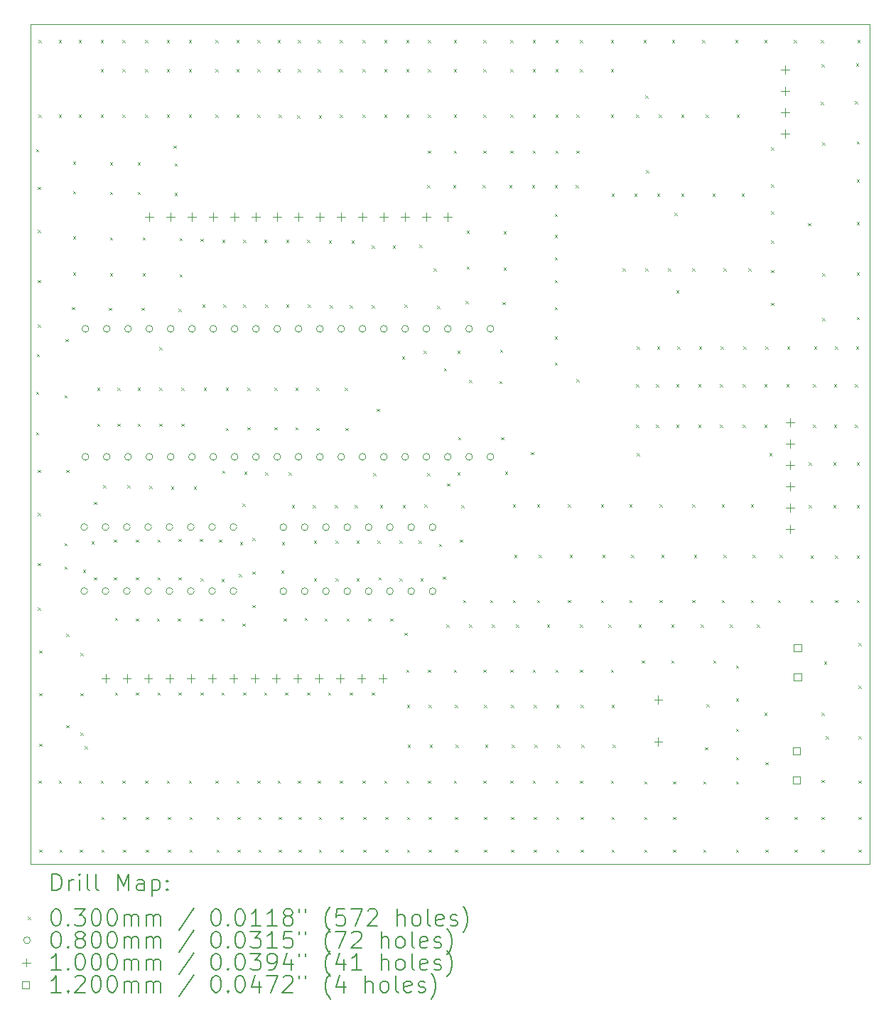
<source format=gbr>
%TF.GenerationSoftware,KiCad,Pcbnew,8.0.6*%
%TF.CreationDate,2024-12-03T08:56:13+01:00*%
%TF.ProjectId,PCB_Tester,5043425f-5465-4737-9465-722e6b696361,rev?*%
%TF.SameCoordinates,Original*%
%TF.FileFunction,Drillmap*%
%TF.FilePolarity,Positive*%
%FSLAX45Y45*%
G04 Gerber Fmt 4.5, Leading zero omitted, Abs format (unit mm)*
G04 Created by KiCad (PCBNEW 8.0.6) date 2024-12-03 08:56:13*
%MOMM*%
%LPD*%
G01*
G04 APERTURE LIST*
%ADD10C,0.050000*%
%ADD11C,0.200000*%
%ADD12C,0.100000*%
%ADD13C,0.120000*%
G04 APERTURE END LIST*
D10*
X19000000Y-14000000D02*
X9000000Y-14000000D01*
X19000000Y-4000000D02*
X19000000Y-14000000D01*
X9000000Y-14000000D02*
X9000000Y-4000000D01*
X9000000Y-4000000D02*
X19000000Y-4000000D01*
D11*
D12*
X9065000Y-5485000D02*
X9095000Y-5515000D01*
X9095000Y-5485000D02*
X9065000Y-5515000D01*
X9065000Y-8375000D02*
X9095000Y-8405000D01*
X9095000Y-8375000D02*
X9065000Y-8405000D01*
X9065000Y-8855000D02*
X9095000Y-8885000D01*
X9095000Y-8855000D02*
X9065000Y-8885000D01*
X9075000Y-7925000D02*
X9105000Y-7955000D01*
X9105000Y-7925000D02*
X9075000Y-7955000D01*
X9085000Y-5935000D02*
X9115000Y-5965000D01*
X9115000Y-5935000D02*
X9085000Y-5965000D01*
X9085000Y-6445000D02*
X9115000Y-6475000D01*
X9115000Y-6445000D02*
X9085000Y-6475000D01*
X9085000Y-7045000D02*
X9115000Y-7075000D01*
X9115000Y-7045000D02*
X9085000Y-7075000D01*
X9085000Y-7575000D02*
X9115000Y-7605000D01*
X9115000Y-7575000D02*
X9085000Y-7605000D01*
X9085000Y-9305000D02*
X9115000Y-9335000D01*
X9115000Y-9305000D02*
X9085000Y-9335000D01*
X9085000Y-9815000D02*
X9115000Y-9845000D01*
X9115000Y-9815000D02*
X9085000Y-9845000D01*
X9085000Y-10415000D02*
X9115000Y-10445000D01*
X9115000Y-10415000D02*
X9085000Y-10445000D01*
X9085000Y-10945000D02*
X9115000Y-10975000D01*
X9115000Y-10945000D02*
X9085000Y-10975000D01*
X9095000Y-4185000D02*
X9125000Y-4215000D01*
X9125000Y-4185000D02*
X9095000Y-4215000D01*
X9095000Y-5075000D02*
X9125000Y-5105000D01*
X9125000Y-5075000D02*
X9095000Y-5105000D01*
X9095000Y-13005000D02*
X9125000Y-13035000D01*
X9125000Y-13005000D02*
X9095000Y-13035000D01*
X9105000Y-11455000D02*
X9135000Y-11485000D01*
X9135000Y-11455000D02*
X9105000Y-11485000D01*
X9105000Y-11965000D02*
X9135000Y-11995000D01*
X9135000Y-11965000D02*
X9105000Y-11995000D01*
X9105000Y-12565000D02*
X9135000Y-12595000D01*
X9135000Y-12565000D02*
X9105000Y-12595000D01*
X9105000Y-13825000D02*
X9135000Y-13855000D01*
X9135000Y-13825000D02*
X9105000Y-13855000D01*
X9335000Y-4185000D02*
X9365000Y-4215000D01*
X9365000Y-4185000D02*
X9335000Y-4215000D01*
X9335000Y-5075000D02*
X9365000Y-5105000D01*
X9365000Y-5075000D02*
X9335000Y-5105000D01*
X9335000Y-13005000D02*
X9365000Y-13035000D01*
X9365000Y-13005000D02*
X9335000Y-13035000D01*
X9345000Y-13825000D02*
X9375000Y-13855000D01*
X9375000Y-13825000D02*
X9345000Y-13855000D01*
X9405000Y-8415000D02*
X9435000Y-8445000D01*
X9435000Y-8415000D02*
X9405000Y-8445000D01*
X9405000Y-10175000D02*
X9435000Y-10205000D01*
X9435000Y-10175000D02*
X9405000Y-10205000D01*
X9405000Y-10455000D02*
X9435000Y-10485000D01*
X9435000Y-10455000D02*
X9405000Y-10485000D01*
X9415000Y-7745000D02*
X9445000Y-7775000D01*
X9445000Y-7745000D02*
X9415000Y-7775000D01*
X9425000Y-9305000D02*
X9455000Y-9335000D01*
X9455000Y-9305000D02*
X9425000Y-9335000D01*
X9425000Y-11255000D02*
X9455000Y-11285000D01*
X9455000Y-11255000D02*
X9425000Y-11285000D01*
X9425000Y-12345000D02*
X9455000Y-12375000D01*
X9455000Y-12345000D02*
X9425000Y-12375000D01*
X9495000Y-7365000D02*
X9525000Y-7395000D01*
X9525000Y-7365000D02*
X9495000Y-7395000D01*
X9505000Y-5635000D02*
X9535000Y-5665000D01*
X9535000Y-5635000D02*
X9505000Y-5665000D01*
X9505000Y-5985000D02*
X9535000Y-6015000D01*
X9535000Y-5985000D02*
X9505000Y-6015000D01*
X9505000Y-6525000D02*
X9535000Y-6555000D01*
X9535000Y-6525000D02*
X9505000Y-6555000D01*
X9505000Y-6955000D02*
X9535000Y-6985000D01*
X9535000Y-6955000D02*
X9505000Y-6985000D01*
X9575000Y-4185000D02*
X9605000Y-4215000D01*
X9605000Y-4185000D02*
X9575000Y-4215000D01*
X9575000Y-5075000D02*
X9605000Y-5105000D01*
X9605000Y-5075000D02*
X9575000Y-5105000D01*
X9575000Y-13005000D02*
X9605000Y-13035000D01*
X9605000Y-13005000D02*
X9575000Y-13035000D01*
X9585000Y-13825000D02*
X9615000Y-13855000D01*
X9615000Y-13825000D02*
X9585000Y-13855000D01*
X9595000Y-11485000D02*
X9625000Y-11515000D01*
X9625000Y-11485000D02*
X9595000Y-11515000D01*
X9595000Y-11965000D02*
X9625000Y-11995000D01*
X9625000Y-11965000D02*
X9595000Y-11995000D01*
X9595000Y-12435000D02*
X9625000Y-12465000D01*
X9625000Y-12435000D02*
X9595000Y-12465000D01*
X9625000Y-10495000D02*
X9655000Y-10525000D01*
X9655000Y-10495000D02*
X9625000Y-10525000D01*
X9645000Y-12595000D02*
X9675000Y-12625000D01*
X9675000Y-12595000D02*
X9645000Y-12625000D01*
X9725000Y-10155000D02*
X9755000Y-10185000D01*
X9755000Y-10155000D02*
X9725000Y-10185000D01*
X9755000Y-9685000D02*
X9785000Y-9715000D01*
X9785000Y-9685000D02*
X9755000Y-9715000D01*
X9755000Y-10585000D02*
X9785000Y-10615000D01*
X9785000Y-10585000D02*
X9755000Y-10615000D01*
X9795000Y-8325000D02*
X9825000Y-8355000D01*
X9825000Y-8325000D02*
X9795000Y-8355000D01*
X9795000Y-8755000D02*
X9825000Y-8785000D01*
X9825000Y-8755000D02*
X9795000Y-8785000D01*
X9835000Y-4185000D02*
X9865000Y-4215000D01*
X9865000Y-4185000D02*
X9835000Y-4215000D01*
X9835000Y-4535000D02*
X9865000Y-4565000D01*
X9865000Y-4535000D02*
X9835000Y-4565000D01*
X9835000Y-5075000D02*
X9865000Y-5105000D01*
X9865000Y-5075000D02*
X9835000Y-5105000D01*
X9835000Y-13005000D02*
X9865000Y-13035000D01*
X9865000Y-13005000D02*
X9835000Y-13035000D01*
X9845000Y-13435000D02*
X9875000Y-13465000D01*
X9875000Y-13435000D02*
X9845000Y-13465000D01*
X9845000Y-13825000D02*
X9875000Y-13855000D01*
X9875000Y-13825000D02*
X9845000Y-13855000D01*
X9865000Y-9485000D02*
X9895000Y-9515000D01*
X9895000Y-9485000D02*
X9865000Y-9515000D01*
X9935000Y-7375000D02*
X9965000Y-7405000D01*
X9965000Y-7375000D02*
X9935000Y-7405000D01*
X9945000Y-5645000D02*
X9975000Y-5675000D01*
X9975000Y-5645000D02*
X9945000Y-5675000D01*
X9945000Y-5995000D02*
X9975000Y-6025000D01*
X9975000Y-5995000D02*
X9945000Y-6025000D01*
X9945000Y-6535000D02*
X9975000Y-6565000D01*
X9975000Y-6535000D02*
X9945000Y-6565000D01*
X9945000Y-6965000D02*
X9975000Y-6995000D01*
X9975000Y-6965000D02*
X9945000Y-6995000D01*
X9995000Y-10135000D02*
X10025000Y-10165000D01*
X10025000Y-10135000D02*
X9995000Y-10165000D01*
X9995000Y-10585000D02*
X10025000Y-10615000D01*
X10025000Y-10585000D02*
X9995000Y-10615000D01*
X10005000Y-11065000D02*
X10035000Y-11095000D01*
X10035000Y-11065000D02*
X10005000Y-11095000D01*
X10005000Y-11955000D02*
X10035000Y-11985000D01*
X10035000Y-11955000D02*
X10005000Y-11985000D01*
X10035000Y-8325000D02*
X10065000Y-8355000D01*
X10065000Y-8325000D02*
X10035000Y-8355000D01*
X10035000Y-8755000D02*
X10065000Y-8785000D01*
X10065000Y-8755000D02*
X10035000Y-8785000D01*
X10095000Y-4185000D02*
X10125000Y-4215000D01*
X10125000Y-4185000D02*
X10095000Y-4215000D01*
X10095000Y-4535000D02*
X10125000Y-4565000D01*
X10125000Y-4535000D02*
X10095000Y-4565000D01*
X10095000Y-5075000D02*
X10125000Y-5105000D01*
X10125000Y-5075000D02*
X10095000Y-5105000D01*
X10095000Y-13005000D02*
X10125000Y-13035000D01*
X10125000Y-13005000D02*
X10095000Y-13035000D01*
X10105000Y-13435000D02*
X10135000Y-13465000D01*
X10135000Y-13435000D02*
X10105000Y-13465000D01*
X10105000Y-13825000D02*
X10135000Y-13855000D01*
X10135000Y-13825000D02*
X10105000Y-13855000D01*
X10155000Y-9485000D02*
X10185000Y-9515000D01*
X10185000Y-9485000D02*
X10155000Y-9515000D01*
X10255000Y-10135000D02*
X10285000Y-10165000D01*
X10285000Y-10135000D02*
X10255000Y-10165000D01*
X10255000Y-10585000D02*
X10285000Y-10615000D01*
X10285000Y-10585000D02*
X10255000Y-10615000D01*
X10255000Y-11075000D02*
X10285000Y-11105000D01*
X10285000Y-11075000D02*
X10255000Y-11105000D01*
X10255000Y-11955000D02*
X10285000Y-11985000D01*
X10285000Y-11955000D02*
X10255000Y-11985000D01*
X10275000Y-5645000D02*
X10305000Y-5675000D01*
X10305000Y-5645000D02*
X10275000Y-5675000D01*
X10275000Y-5995000D02*
X10305000Y-6025000D01*
X10305000Y-5995000D02*
X10275000Y-6025000D01*
X10275000Y-8325000D02*
X10305000Y-8355000D01*
X10305000Y-8325000D02*
X10275000Y-8355000D01*
X10275000Y-8755000D02*
X10305000Y-8785000D01*
X10305000Y-8755000D02*
X10275000Y-8785000D01*
X10325000Y-7375000D02*
X10355000Y-7405000D01*
X10355000Y-7375000D02*
X10325000Y-7405000D01*
X10335000Y-6535000D02*
X10365000Y-6565000D01*
X10365000Y-6535000D02*
X10335000Y-6565000D01*
X10335000Y-6965000D02*
X10365000Y-6995000D01*
X10365000Y-6965000D02*
X10335000Y-6995000D01*
X10365000Y-4185000D02*
X10395000Y-4215000D01*
X10395000Y-4185000D02*
X10365000Y-4215000D01*
X10365000Y-4535000D02*
X10395000Y-4565000D01*
X10395000Y-4535000D02*
X10365000Y-4565000D01*
X10365000Y-5075000D02*
X10395000Y-5105000D01*
X10395000Y-5075000D02*
X10365000Y-5105000D01*
X10365000Y-13005000D02*
X10395000Y-13035000D01*
X10395000Y-13005000D02*
X10365000Y-13035000D01*
X10375000Y-13435000D02*
X10405000Y-13465000D01*
X10405000Y-13435000D02*
X10375000Y-13465000D01*
X10375000Y-13825000D02*
X10405000Y-13855000D01*
X10405000Y-13825000D02*
X10375000Y-13855000D01*
X10415000Y-9495000D02*
X10445000Y-9525000D01*
X10445000Y-9495000D02*
X10415000Y-9525000D01*
X10505000Y-11075000D02*
X10535000Y-11105000D01*
X10535000Y-11075000D02*
X10505000Y-11105000D01*
X10515000Y-10135000D02*
X10545000Y-10165000D01*
X10545000Y-10135000D02*
X10515000Y-10165000D01*
X10515000Y-10585000D02*
X10545000Y-10615000D01*
X10545000Y-10585000D02*
X10515000Y-10615000D01*
X10515000Y-11955000D02*
X10545000Y-11985000D01*
X10545000Y-11955000D02*
X10515000Y-11985000D01*
X10535000Y-7845000D02*
X10565000Y-7875000D01*
X10565000Y-7845000D02*
X10535000Y-7875000D01*
X10535000Y-8325000D02*
X10565000Y-8355000D01*
X10565000Y-8325000D02*
X10535000Y-8355000D01*
X10535000Y-8755000D02*
X10565000Y-8785000D01*
X10565000Y-8755000D02*
X10535000Y-8785000D01*
X10625000Y-4185000D02*
X10655000Y-4215000D01*
X10655000Y-4185000D02*
X10625000Y-4215000D01*
X10625000Y-4535000D02*
X10655000Y-4565000D01*
X10655000Y-4535000D02*
X10625000Y-4565000D01*
X10625000Y-5075000D02*
X10655000Y-5105000D01*
X10655000Y-5075000D02*
X10625000Y-5105000D01*
X10625000Y-13005000D02*
X10655000Y-13035000D01*
X10655000Y-13005000D02*
X10625000Y-13035000D01*
X10635000Y-13435000D02*
X10665000Y-13465000D01*
X10665000Y-13435000D02*
X10635000Y-13465000D01*
X10635000Y-13825000D02*
X10665000Y-13855000D01*
X10665000Y-13825000D02*
X10635000Y-13855000D01*
X10675000Y-9505000D02*
X10705000Y-9535000D01*
X10705000Y-9505000D02*
X10675000Y-9535000D01*
X10705000Y-5445000D02*
X10735000Y-5475000D01*
X10735000Y-5445000D02*
X10705000Y-5475000D01*
X10715000Y-5655000D02*
X10745000Y-5685000D01*
X10745000Y-5655000D02*
X10715000Y-5685000D01*
X10715000Y-6005000D02*
X10745000Y-6035000D01*
X10745000Y-6005000D02*
X10715000Y-6035000D01*
X10755000Y-11075000D02*
X10785000Y-11105000D01*
X10785000Y-11075000D02*
X10755000Y-11105000D01*
X10765000Y-7385000D02*
X10795000Y-7415000D01*
X10795000Y-7385000D02*
X10765000Y-7415000D01*
X10765000Y-10125000D02*
X10795000Y-10155000D01*
X10795000Y-10125000D02*
X10765000Y-10155000D01*
X10765000Y-10585000D02*
X10795000Y-10615000D01*
X10795000Y-10585000D02*
X10765000Y-10615000D01*
X10765000Y-11955000D02*
X10795000Y-11985000D01*
X10795000Y-11955000D02*
X10765000Y-11985000D01*
X10775000Y-6545000D02*
X10805000Y-6575000D01*
X10805000Y-6545000D02*
X10775000Y-6575000D01*
X10775000Y-6975000D02*
X10805000Y-7005000D01*
X10805000Y-6975000D02*
X10775000Y-7005000D01*
X10795000Y-8325000D02*
X10825000Y-8355000D01*
X10825000Y-8325000D02*
X10795000Y-8355000D01*
X10795000Y-8755000D02*
X10825000Y-8785000D01*
X10825000Y-8755000D02*
X10795000Y-8785000D01*
X10885000Y-4185000D02*
X10915000Y-4215000D01*
X10915000Y-4185000D02*
X10885000Y-4215000D01*
X10885000Y-4535000D02*
X10915000Y-4565000D01*
X10915000Y-4535000D02*
X10885000Y-4565000D01*
X10885000Y-5075000D02*
X10915000Y-5105000D01*
X10915000Y-5075000D02*
X10885000Y-5105000D01*
X10885000Y-13005000D02*
X10915000Y-13035000D01*
X10915000Y-13005000D02*
X10885000Y-13035000D01*
X10895000Y-13435000D02*
X10925000Y-13465000D01*
X10925000Y-13435000D02*
X10895000Y-13465000D01*
X10895000Y-13825000D02*
X10925000Y-13855000D01*
X10925000Y-13825000D02*
X10895000Y-13855000D01*
X10945000Y-9505000D02*
X10975000Y-9535000D01*
X10975000Y-9505000D02*
X10945000Y-9535000D01*
X11015000Y-10125000D02*
X11045000Y-10155000D01*
X11045000Y-10125000D02*
X11015000Y-10155000D01*
X11015000Y-11075000D02*
X11045000Y-11105000D01*
X11045000Y-11075000D02*
X11015000Y-11105000D01*
X11025000Y-6555000D02*
X11055000Y-6585000D01*
X11055000Y-6555000D02*
X11025000Y-6585000D01*
X11025000Y-10595000D02*
X11055000Y-10625000D01*
X11055000Y-10595000D02*
X11025000Y-10625000D01*
X11025000Y-11955000D02*
X11055000Y-11985000D01*
X11055000Y-11955000D02*
X11025000Y-11985000D01*
X11045000Y-7335000D02*
X11075000Y-7365000D01*
X11075000Y-7335000D02*
X11045000Y-7365000D01*
X11065000Y-8325000D02*
X11095000Y-8355000D01*
X11095000Y-8325000D02*
X11065000Y-8355000D01*
X11205000Y-4185000D02*
X11235000Y-4215000D01*
X11235000Y-4185000D02*
X11205000Y-4215000D01*
X11205000Y-4535000D02*
X11235000Y-4565000D01*
X11235000Y-4535000D02*
X11205000Y-4565000D01*
X11205000Y-5075000D02*
X11235000Y-5105000D01*
X11235000Y-5075000D02*
X11205000Y-5105000D01*
X11205000Y-13005000D02*
X11235000Y-13035000D01*
X11235000Y-13005000D02*
X11205000Y-13035000D01*
X11215000Y-13435000D02*
X11245000Y-13465000D01*
X11245000Y-13435000D02*
X11215000Y-13465000D01*
X11215000Y-13825000D02*
X11245000Y-13855000D01*
X11245000Y-13825000D02*
X11215000Y-13855000D01*
X11245000Y-10135000D02*
X11275000Y-10165000D01*
X11275000Y-10135000D02*
X11245000Y-10165000D01*
X11275000Y-10605000D02*
X11305000Y-10635000D01*
X11305000Y-10605000D02*
X11275000Y-10635000D01*
X11275000Y-11075000D02*
X11305000Y-11105000D01*
X11305000Y-11075000D02*
X11275000Y-11105000D01*
X11275000Y-11955000D02*
X11305000Y-11985000D01*
X11305000Y-11955000D02*
X11275000Y-11985000D01*
X11285000Y-6565000D02*
X11315000Y-6595000D01*
X11315000Y-6565000D02*
X11285000Y-6595000D01*
X11285000Y-9315000D02*
X11315000Y-9345000D01*
X11315000Y-9315000D02*
X11285000Y-9345000D01*
X11295000Y-7335000D02*
X11325000Y-7365000D01*
X11325000Y-7335000D02*
X11295000Y-7365000D01*
X11325000Y-8325000D02*
X11355000Y-8355000D01*
X11355000Y-8325000D02*
X11325000Y-8355000D01*
X11325000Y-8805000D02*
X11355000Y-8835000D01*
X11355000Y-8805000D02*
X11325000Y-8835000D01*
X11455000Y-4185000D02*
X11485000Y-4215000D01*
X11485000Y-4185000D02*
X11455000Y-4215000D01*
X11455000Y-4535000D02*
X11485000Y-4565000D01*
X11485000Y-4535000D02*
X11455000Y-4565000D01*
X11455000Y-5075000D02*
X11485000Y-5105000D01*
X11485000Y-5075000D02*
X11455000Y-5105000D01*
X11455000Y-13005000D02*
X11485000Y-13035000D01*
X11485000Y-13005000D02*
X11455000Y-13035000D01*
X11465000Y-13435000D02*
X11495000Y-13465000D01*
X11495000Y-13435000D02*
X11465000Y-13465000D01*
X11465000Y-13825000D02*
X11495000Y-13855000D01*
X11495000Y-13825000D02*
X11465000Y-13855000D01*
X11485000Y-10545000D02*
X11515000Y-10575000D01*
X11515000Y-10545000D02*
X11485000Y-10575000D01*
X11495000Y-10165000D02*
X11525000Y-10195000D01*
X11525000Y-10165000D02*
X11495000Y-10195000D01*
X11525000Y-9705000D02*
X11555000Y-9735000D01*
X11555000Y-9705000D02*
X11525000Y-9735000D01*
X11525000Y-11135000D02*
X11555000Y-11165000D01*
X11555000Y-11135000D02*
X11525000Y-11165000D01*
X11535000Y-6565000D02*
X11565000Y-6595000D01*
X11565000Y-6565000D02*
X11535000Y-6595000D01*
X11535000Y-7335000D02*
X11565000Y-7365000D01*
X11565000Y-7335000D02*
X11535000Y-7365000D01*
X11535000Y-11955000D02*
X11565000Y-11985000D01*
X11565000Y-11955000D02*
X11535000Y-11985000D01*
X11545000Y-9325000D02*
X11575000Y-9355000D01*
X11575000Y-9325000D02*
X11545000Y-9355000D01*
X11585000Y-8325000D02*
X11615000Y-8355000D01*
X11615000Y-8325000D02*
X11585000Y-8355000D01*
X11585000Y-8795000D02*
X11615000Y-8825000D01*
X11615000Y-8795000D02*
X11585000Y-8825000D01*
X11645000Y-10115000D02*
X11675000Y-10145000D01*
X11675000Y-10115000D02*
X11645000Y-10145000D01*
X11645000Y-10515000D02*
X11675000Y-10545000D01*
X11675000Y-10515000D02*
X11645000Y-10545000D01*
X11645000Y-10915000D02*
X11675000Y-10945000D01*
X11675000Y-10915000D02*
X11645000Y-10945000D01*
X11705000Y-4185000D02*
X11735000Y-4215000D01*
X11735000Y-4185000D02*
X11705000Y-4215000D01*
X11705000Y-4535000D02*
X11735000Y-4565000D01*
X11735000Y-4535000D02*
X11705000Y-4565000D01*
X11705000Y-5075000D02*
X11735000Y-5105000D01*
X11735000Y-5075000D02*
X11705000Y-5105000D01*
X11705000Y-13005000D02*
X11735000Y-13035000D01*
X11735000Y-13005000D02*
X11705000Y-13035000D01*
X11715000Y-13435000D02*
X11745000Y-13465000D01*
X11745000Y-13435000D02*
X11715000Y-13465000D01*
X11715000Y-13825000D02*
X11745000Y-13855000D01*
X11745000Y-13825000D02*
X11715000Y-13855000D01*
X11785000Y-6565000D02*
X11815000Y-6595000D01*
X11815000Y-6565000D02*
X11785000Y-6595000D01*
X11785000Y-11955000D02*
X11815000Y-11985000D01*
X11815000Y-11955000D02*
X11785000Y-11985000D01*
X11795000Y-7335000D02*
X11825000Y-7365000D01*
X11825000Y-7335000D02*
X11795000Y-7365000D01*
X11795000Y-9335000D02*
X11825000Y-9365000D01*
X11825000Y-9335000D02*
X11795000Y-9365000D01*
X11905000Y-8325000D02*
X11935000Y-8355000D01*
X11935000Y-8325000D02*
X11905000Y-8355000D01*
X11905000Y-8795000D02*
X11935000Y-8825000D01*
X11935000Y-8795000D02*
X11905000Y-8825000D01*
X11945000Y-4185000D02*
X11975000Y-4215000D01*
X11975000Y-4185000D02*
X11945000Y-4215000D01*
X11945000Y-4535000D02*
X11975000Y-4565000D01*
X11975000Y-4535000D02*
X11945000Y-4565000D01*
X11945000Y-13005000D02*
X11975000Y-13035000D01*
X11975000Y-13005000D02*
X11945000Y-13035000D01*
X11955000Y-5075000D02*
X11985000Y-5105000D01*
X11985000Y-5075000D02*
X11955000Y-5105000D01*
X11955000Y-13435000D02*
X11985000Y-13465000D01*
X11985000Y-13435000D02*
X11955000Y-13465000D01*
X11955000Y-13825000D02*
X11985000Y-13855000D01*
X11985000Y-13825000D02*
X11955000Y-13855000D01*
X11985000Y-10505000D02*
X12015000Y-10535000D01*
X12015000Y-10505000D02*
X11985000Y-10535000D01*
X11995000Y-10165000D02*
X12025000Y-10195000D01*
X12025000Y-10165000D02*
X11995000Y-10195000D01*
X12015000Y-11075000D02*
X12045000Y-11105000D01*
X12045000Y-11075000D02*
X12015000Y-11105000D01*
X12035000Y-11955000D02*
X12065000Y-11985000D01*
X12065000Y-11955000D02*
X12035000Y-11985000D01*
X12045000Y-6565000D02*
X12075000Y-6595000D01*
X12075000Y-6565000D02*
X12045000Y-6595000D01*
X12045000Y-7335000D02*
X12075000Y-7365000D01*
X12075000Y-7335000D02*
X12045000Y-7365000D01*
X12075000Y-9335000D02*
X12105000Y-9365000D01*
X12105000Y-9335000D02*
X12075000Y-9365000D01*
X12115000Y-9725000D02*
X12145000Y-9755000D01*
X12145000Y-9725000D02*
X12115000Y-9755000D01*
X12155000Y-8325000D02*
X12185000Y-8355000D01*
X12185000Y-8325000D02*
X12155000Y-8355000D01*
X12155000Y-8795000D02*
X12185000Y-8825000D01*
X12185000Y-8795000D02*
X12155000Y-8825000D01*
X12175000Y-5085000D02*
X12205000Y-5115000D01*
X12205000Y-5085000D02*
X12175000Y-5115000D01*
X12185000Y-4185000D02*
X12215000Y-4215000D01*
X12215000Y-4185000D02*
X12185000Y-4215000D01*
X12185000Y-4535000D02*
X12215000Y-4565000D01*
X12215000Y-4535000D02*
X12185000Y-4565000D01*
X12185000Y-13005000D02*
X12215000Y-13035000D01*
X12215000Y-13005000D02*
X12185000Y-13035000D01*
X12195000Y-13435000D02*
X12225000Y-13465000D01*
X12225000Y-13435000D02*
X12195000Y-13465000D01*
X12195000Y-13825000D02*
X12225000Y-13855000D01*
X12225000Y-13825000D02*
X12195000Y-13855000D01*
X12265000Y-11065000D02*
X12295000Y-11095000D01*
X12295000Y-11065000D02*
X12265000Y-11095000D01*
X12295000Y-6565000D02*
X12325000Y-6595000D01*
X12325000Y-6565000D02*
X12295000Y-6595000D01*
X12295000Y-11955000D02*
X12325000Y-11985000D01*
X12325000Y-11955000D02*
X12295000Y-11985000D01*
X12305000Y-7335000D02*
X12335000Y-7365000D01*
X12335000Y-7335000D02*
X12305000Y-7365000D01*
X12365000Y-9725000D02*
X12395000Y-9755000D01*
X12395000Y-9725000D02*
X12365000Y-9755000D01*
X12375000Y-10145000D02*
X12405000Y-10175000D01*
X12405000Y-10145000D02*
X12375000Y-10175000D01*
X12375000Y-10595000D02*
X12405000Y-10625000D01*
X12405000Y-10595000D02*
X12375000Y-10625000D01*
X12405000Y-8325000D02*
X12435000Y-8355000D01*
X12435000Y-8325000D02*
X12405000Y-8355000D01*
X12405000Y-8805000D02*
X12435000Y-8835000D01*
X12435000Y-8805000D02*
X12405000Y-8835000D01*
X12425000Y-4185000D02*
X12455000Y-4215000D01*
X12455000Y-4185000D02*
X12425000Y-4215000D01*
X12425000Y-4535000D02*
X12455000Y-4565000D01*
X12455000Y-4535000D02*
X12425000Y-4565000D01*
X12425000Y-13005000D02*
X12455000Y-13035000D01*
X12455000Y-13005000D02*
X12425000Y-13035000D01*
X12435000Y-5085000D02*
X12465000Y-5115000D01*
X12465000Y-5085000D02*
X12435000Y-5115000D01*
X12435000Y-13435000D02*
X12465000Y-13465000D01*
X12465000Y-13435000D02*
X12435000Y-13465000D01*
X12435000Y-13825000D02*
X12465000Y-13855000D01*
X12465000Y-13825000D02*
X12435000Y-13855000D01*
X12505000Y-11075000D02*
X12535000Y-11105000D01*
X12535000Y-11075000D02*
X12505000Y-11105000D01*
X12545000Y-11955000D02*
X12575000Y-11985000D01*
X12575000Y-11955000D02*
X12545000Y-11985000D01*
X12555000Y-6575000D02*
X12585000Y-6605000D01*
X12585000Y-6575000D02*
X12555000Y-6605000D01*
X12565000Y-7345000D02*
X12595000Y-7375000D01*
X12595000Y-7345000D02*
X12565000Y-7375000D01*
X12625000Y-9725000D02*
X12655000Y-9755000D01*
X12655000Y-9725000D02*
X12625000Y-9755000D01*
X12635000Y-10145000D02*
X12665000Y-10175000D01*
X12665000Y-10145000D02*
X12635000Y-10175000D01*
X12635000Y-10595000D02*
X12665000Y-10625000D01*
X12665000Y-10595000D02*
X12635000Y-10625000D01*
X12685000Y-4185000D02*
X12715000Y-4215000D01*
X12715000Y-4185000D02*
X12685000Y-4215000D01*
X12685000Y-4535000D02*
X12715000Y-4565000D01*
X12715000Y-4535000D02*
X12685000Y-4565000D01*
X12685000Y-5075000D02*
X12715000Y-5105000D01*
X12715000Y-5075000D02*
X12685000Y-5105000D01*
X12685000Y-13005000D02*
X12715000Y-13035000D01*
X12715000Y-13005000D02*
X12685000Y-13035000D01*
X12695000Y-13435000D02*
X12725000Y-13465000D01*
X12725000Y-13435000D02*
X12695000Y-13465000D01*
X12695000Y-13825000D02*
X12725000Y-13855000D01*
X12725000Y-13825000D02*
X12695000Y-13855000D01*
X12745000Y-8325000D02*
X12775000Y-8355000D01*
X12775000Y-8325000D02*
X12745000Y-8355000D01*
X12755000Y-8805000D02*
X12785000Y-8835000D01*
X12785000Y-8805000D02*
X12755000Y-8835000D01*
X12765000Y-11075000D02*
X12795000Y-11105000D01*
X12795000Y-11075000D02*
X12765000Y-11105000D01*
X12805000Y-7345000D02*
X12835000Y-7375000D01*
X12835000Y-7345000D02*
X12805000Y-7375000D01*
X12805000Y-11955000D02*
X12835000Y-11985000D01*
X12835000Y-11955000D02*
X12805000Y-11985000D01*
X12825000Y-6575000D02*
X12855000Y-6605000D01*
X12855000Y-6575000D02*
X12825000Y-6605000D01*
X12865000Y-9725000D02*
X12895000Y-9755000D01*
X12895000Y-9725000D02*
X12865000Y-9755000D01*
X12885000Y-10145000D02*
X12915000Y-10175000D01*
X12915000Y-10145000D02*
X12885000Y-10175000D01*
X12885000Y-10595000D02*
X12915000Y-10625000D01*
X12915000Y-10595000D02*
X12885000Y-10625000D01*
X12955000Y-4185000D02*
X12985000Y-4215000D01*
X12985000Y-4185000D02*
X12955000Y-4215000D01*
X12955000Y-4535000D02*
X12985000Y-4565000D01*
X12985000Y-4535000D02*
X12955000Y-4565000D01*
X12955000Y-5075000D02*
X12985000Y-5105000D01*
X12985000Y-5075000D02*
X12955000Y-5105000D01*
X12955000Y-13005000D02*
X12985000Y-13035000D01*
X12985000Y-13005000D02*
X12955000Y-13035000D01*
X12965000Y-13435000D02*
X12995000Y-13465000D01*
X12995000Y-13435000D02*
X12965000Y-13465000D01*
X12965000Y-13825000D02*
X12995000Y-13855000D01*
X12995000Y-13825000D02*
X12965000Y-13855000D01*
X13025000Y-11075000D02*
X13055000Y-11105000D01*
X13055000Y-11075000D02*
X13025000Y-11105000D01*
X13065000Y-6635000D02*
X13095000Y-6665000D01*
X13095000Y-6635000D02*
X13065000Y-6665000D01*
X13065000Y-7345000D02*
X13095000Y-7375000D01*
X13095000Y-7345000D02*
X13065000Y-7375000D01*
X13065000Y-11955000D02*
X13095000Y-11985000D01*
X13095000Y-11955000D02*
X13065000Y-11985000D01*
X13085000Y-9345000D02*
X13115000Y-9375000D01*
X13115000Y-9345000D02*
X13085000Y-9375000D01*
X13125000Y-8575000D02*
X13155000Y-8605000D01*
X13155000Y-8575000D02*
X13125000Y-8605000D01*
X13135000Y-10145000D02*
X13165000Y-10175000D01*
X13165000Y-10145000D02*
X13135000Y-10175000D01*
X13145000Y-10585000D02*
X13175000Y-10615000D01*
X13175000Y-10585000D02*
X13145000Y-10615000D01*
X13165000Y-9725000D02*
X13195000Y-9755000D01*
X13195000Y-9725000D02*
X13165000Y-9755000D01*
X13215000Y-4185000D02*
X13245000Y-4215000D01*
X13245000Y-4185000D02*
X13215000Y-4215000D01*
X13215000Y-4535000D02*
X13245000Y-4565000D01*
X13245000Y-4535000D02*
X13215000Y-4565000D01*
X13215000Y-5075000D02*
X13245000Y-5105000D01*
X13245000Y-5075000D02*
X13215000Y-5105000D01*
X13215000Y-13005000D02*
X13245000Y-13035000D01*
X13245000Y-13005000D02*
X13215000Y-13035000D01*
X13225000Y-13435000D02*
X13255000Y-13465000D01*
X13255000Y-13435000D02*
X13225000Y-13465000D01*
X13225000Y-13825000D02*
X13255000Y-13855000D01*
X13255000Y-13825000D02*
X13225000Y-13855000D01*
X13285000Y-11075000D02*
X13315000Y-11105000D01*
X13315000Y-11075000D02*
X13285000Y-11105000D01*
X13315000Y-6635000D02*
X13345000Y-6665000D01*
X13345000Y-6635000D02*
X13315000Y-6665000D01*
X13395000Y-10145000D02*
X13425000Y-10175000D01*
X13425000Y-10145000D02*
X13395000Y-10175000D01*
X13395000Y-10595000D02*
X13425000Y-10625000D01*
X13425000Y-10595000D02*
X13395000Y-10625000D01*
X13425000Y-7955000D02*
X13455000Y-7985000D01*
X13455000Y-7955000D02*
X13425000Y-7985000D01*
X13435000Y-9725000D02*
X13465000Y-9755000D01*
X13465000Y-9725000D02*
X13435000Y-9755000D01*
X13455000Y-7335000D02*
X13485000Y-7365000D01*
X13485000Y-7335000D02*
X13455000Y-7365000D01*
X13455000Y-11245000D02*
X13485000Y-11275000D01*
X13485000Y-11245000D02*
X13455000Y-11275000D01*
X13475000Y-4185000D02*
X13505000Y-4215000D01*
X13505000Y-4185000D02*
X13475000Y-4215000D01*
X13475000Y-4535000D02*
X13505000Y-4565000D01*
X13505000Y-4535000D02*
X13475000Y-4565000D01*
X13475000Y-5075000D02*
X13505000Y-5105000D01*
X13505000Y-5075000D02*
X13475000Y-5105000D01*
X13475000Y-11685000D02*
X13505000Y-11715000D01*
X13505000Y-11685000D02*
X13475000Y-11715000D01*
X13475000Y-13005000D02*
X13505000Y-13035000D01*
X13505000Y-13005000D02*
X13475000Y-13035000D01*
X13485000Y-12105000D02*
X13515000Y-12135000D01*
X13515000Y-12105000D02*
X13485000Y-12135000D01*
X13485000Y-13435000D02*
X13515000Y-13465000D01*
X13515000Y-13435000D02*
X13485000Y-13465000D01*
X13485000Y-13825000D02*
X13515000Y-13855000D01*
X13515000Y-13825000D02*
X13485000Y-13855000D01*
X13495000Y-12575000D02*
X13525000Y-12605000D01*
X13525000Y-12575000D02*
X13495000Y-12605000D01*
X13625000Y-10145000D02*
X13655000Y-10175000D01*
X13655000Y-10145000D02*
X13625000Y-10175000D01*
X13635000Y-6625000D02*
X13665000Y-6655000D01*
X13665000Y-6625000D02*
X13635000Y-6655000D01*
X13645000Y-10595000D02*
X13675000Y-10625000D01*
X13675000Y-10595000D02*
X13645000Y-10625000D01*
X13685000Y-7885000D02*
X13715000Y-7915000D01*
X13715000Y-7885000D02*
X13685000Y-7915000D01*
X13695000Y-9715000D02*
X13725000Y-9745000D01*
X13725000Y-9715000D02*
X13695000Y-9745000D01*
X13725000Y-5915000D02*
X13755000Y-5945000D01*
X13755000Y-5915000D02*
X13725000Y-5945000D01*
X13725000Y-9345000D02*
X13755000Y-9375000D01*
X13755000Y-9345000D02*
X13725000Y-9375000D01*
X13735000Y-4185000D02*
X13765000Y-4215000D01*
X13765000Y-4185000D02*
X13735000Y-4215000D01*
X13735000Y-4535000D02*
X13765000Y-4565000D01*
X13765000Y-4535000D02*
X13735000Y-4565000D01*
X13735000Y-5075000D02*
X13765000Y-5105000D01*
X13765000Y-5075000D02*
X13735000Y-5105000D01*
X13735000Y-5505000D02*
X13765000Y-5535000D01*
X13765000Y-5505000D02*
X13735000Y-5535000D01*
X13735000Y-11685000D02*
X13765000Y-11715000D01*
X13765000Y-11685000D02*
X13735000Y-11715000D01*
X13735000Y-13005000D02*
X13765000Y-13035000D01*
X13765000Y-13005000D02*
X13735000Y-13035000D01*
X13745000Y-12105000D02*
X13775000Y-12135000D01*
X13775000Y-12105000D02*
X13745000Y-12135000D01*
X13745000Y-13435000D02*
X13775000Y-13465000D01*
X13775000Y-13435000D02*
X13745000Y-13465000D01*
X13745000Y-13825000D02*
X13775000Y-13855000D01*
X13775000Y-13825000D02*
X13745000Y-13855000D01*
X13755000Y-12575000D02*
X13785000Y-12605000D01*
X13785000Y-12575000D02*
X13755000Y-12605000D01*
X13805000Y-6905000D02*
X13835000Y-6935000D01*
X13835000Y-6905000D02*
X13805000Y-6935000D01*
X13845000Y-7355000D02*
X13875000Y-7385000D01*
X13875000Y-7355000D02*
X13845000Y-7385000D01*
X13865000Y-10185000D02*
X13895000Y-10215000D01*
X13895000Y-10185000D02*
X13865000Y-10215000D01*
X13915000Y-10575000D02*
X13945000Y-10605000D01*
X13945000Y-10575000D02*
X13915000Y-10605000D01*
X13925000Y-8095000D02*
X13955000Y-8125000D01*
X13955000Y-8095000D02*
X13925000Y-8125000D01*
X13955000Y-11145000D02*
X13985000Y-11175000D01*
X13985000Y-11145000D02*
X13955000Y-11175000D01*
X13965000Y-9465000D02*
X13995000Y-9495000D01*
X13995000Y-9465000D02*
X13965000Y-9495000D01*
X14035000Y-5915000D02*
X14065000Y-5945000D01*
X14065000Y-5915000D02*
X14035000Y-5945000D01*
X14045000Y-4185000D02*
X14075000Y-4215000D01*
X14075000Y-4185000D02*
X14045000Y-4215000D01*
X14045000Y-4535000D02*
X14075000Y-4565000D01*
X14075000Y-4535000D02*
X14045000Y-4565000D01*
X14045000Y-5075000D02*
X14075000Y-5105000D01*
X14075000Y-5075000D02*
X14045000Y-5105000D01*
X14045000Y-5505000D02*
X14075000Y-5535000D01*
X14075000Y-5505000D02*
X14045000Y-5535000D01*
X14045000Y-11685000D02*
X14075000Y-11715000D01*
X14075000Y-11685000D02*
X14045000Y-11715000D01*
X14045000Y-13005000D02*
X14075000Y-13035000D01*
X14075000Y-13005000D02*
X14045000Y-13035000D01*
X14055000Y-12105000D02*
X14085000Y-12135000D01*
X14085000Y-12105000D02*
X14055000Y-12135000D01*
X14055000Y-13435000D02*
X14085000Y-13465000D01*
X14085000Y-13435000D02*
X14055000Y-13465000D01*
X14055000Y-13825000D02*
X14085000Y-13855000D01*
X14085000Y-13825000D02*
X14055000Y-13855000D01*
X14065000Y-12575000D02*
X14095000Y-12605000D01*
X14095000Y-12575000D02*
X14065000Y-12605000D01*
X14085000Y-7885000D02*
X14115000Y-7915000D01*
X14115000Y-7885000D02*
X14085000Y-7915000D01*
X14085000Y-9335000D02*
X14115000Y-9365000D01*
X14115000Y-9335000D02*
X14085000Y-9365000D01*
X14095000Y-8915000D02*
X14125000Y-8945000D01*
X14125000Y-8915000D02*
X14095000Y-8945000D01*
X14115000Y-10135000D02*
X14145000Y-10165000D01*
X14145000Y-10135000D02*
X14115000Y-10165000D01*
X14135000Y-9725000D02*
X14165000Y-9755000D01*
X14165000Y-9725000D02*
X14135000Y-9755000D01*
X14155000Y-10855000D02*
X14185000Y-10885000D01*
X14185000Y-10855000D02*
X14155000Y-10885000D01*
X14185000Y-7295000D02*
X14215000Y-7325000D01*
X14215000Y-7295000D02*
X14185000Y-7325000D01*
X14195000Y-6455000D02*
X14225000Y-6485000D01*
X14225000Y-6455000D02*
X14195000Y-6485000D01*
X14195000Y-6885000D02*
X14225000Y-6915000D01*
X14225000Y-6885000D02*
X14195000Y-6915000D01*
X14225000Y-8235000D02*
X14255000Y-8265000D01*
X14255000Y-8235000D02*
X14225000Y-8265000D01*
X14225000Y-11145000D02*
X14255000Y-11175000D01*
X14255000Y-11145000D02*
X14225000Y-11175000D01*
X14385000Y-5915000D02*
X14415000Y-5945000D01*
X14415000Y-5915000D02*
X14385000Y-5945000D01*
X14395000Y-4185000D02*
X14425000Y-4215000D01*
X14425000Y-4185000D02*
X14395000Y-4215000D01*
X14395000Y-4535000D02*
X14425000Y-4565000D01*
X14425000Y-4535000D02*
X14395000Y-4565000D01*
X14395000Y-5075000D02*
X14425000Y-5105000D01*
X14425000Y-5075000D02*
X14395000Y-5105000D01*
X14395000Y-5505000D02*
X14425000Y-5535000D01*
X14425000Y-5505000D02*
X14395000Y-5535000D01*
X14395000Y-11685000D02*
X14425000Y-11715000D01*
X14425000Y-11685000D02*
X14395000Y-11715000D01*
X14395000Y-13005000D02*
X14425000Y-13035000D01*
X14425000Y-13005000D02*
X14395000Y-13035000D01*
X14405000Y-12105000D02*
X14435000Y-12135000D01*
X14435000Y-12105000D02*
X14405000Y-12135000D01*
X14405000Y-13435000D02*
X14435000Y-13465000D01*
X14435000Y-13435000D02*
X14405000Y-13465000D01*
X14405000Y-13825000D02*
X14435000Y-13855000D01*
X14435000Y-13825000D02*
X14405000Y-13855000D01*
X14415000Y-12575000D02*
X14445000Y-12605000D01*
X14445000Y-12575000D02*
X14415000Y-12605000D01*
X14475000Y-10855000D02*
X14505000Y-10885000D01*
X14505000Y-10855000D02*
X14475000Y-10885000D01*
X14495000Y-11145000D02*
X14525000Y-11175000D01*
X14525000Y-11145000D02*
X14495000Y-11175000D01*
X14585000Y-8245000D02*
X14615000Y-8275000D01*
X14615000Y-8245000D02*
X14585000Y-8275000D01*
X14595000Y-7875000D02*
X14625000Y-7905000D01*
X14625000Y-7875000D02*
X14595000Y-7905000D01*
X14605000Y-8915000D02*
X14635000Y-8945000D01*
X14635000Y-8915000D02*
X14605000Y-8945000D01*
X14625000Y-7305000D02*
X14655000Y-7335000D01*
X14655000Y-7305000D02*
X14625000Y-7335000D01*
X14635000Y-6465000D02*
X14665000Y-6495000D01*
X14665000Y-6465000D02*
X14635000Y-6495000D01*
X14635000Y-6895000D02*
X14665000Y-6925000D01*
X14665000Y-6895000D02*
X14635000Y-6925000D01*
X14655000Y-9325000D02*
X14685000Y-9355000D01*
X14685000Y-9325000D02*
X14655000Y-9355000D01*
X14705000Y-5915000D02*
X14735000Y-5945000D01*
X14735000Y-5915000D02*
X14705000Y-5945000D01*
X14715000Y-4185000D02*
X14745000Y-4215000D01*
X14745000Y-4185000D02*
X14715000Y-4215000D01*
X14715000Y-4535000D02*
X14745000Y-4565000D01*
X14745000Y-4535000D02*
X14715000Y-4565000D01*
X14715000Y-5075000D02*
X14745000Y-5105000D01*
X14745000Y-5075000D02*
X14715000Y-5105000D01*
X14715000Y-5505000D02*
X14745000Y-5535000D01*
X14745000Y-5505000D02*
X14715000Y-5535000D01*
X14715000Y-11685000D02*
X14745000Y-11715000D01*
X14745000Y-11685000D02*
X14715000Y-11715000D01*
X14715000Y-13005000D02*
X14745000Y-13035000D01*
X14745000Y-13005000D02*
X14715000Y-13035000D01*
X14725000Y-12105000D02*
X14755000Y-12135000D01*
X14755000Y-12105000D02*
X14725000Y-12135000D01*
X14725000Y-13435000D02*
X14755000Y-13465000D01*
X14755000Y-13435000D02*
X14725000Y-13465000D01*
X14725000Y-13825000D02*
X14755000Y-13855000D01*
X14755000Y-13825000D02*
X14725000Y-13855000D01*
X14735000Y-12575000D02*
X14765000Y-12605000D01*
X14765000Y-12575000D02*
X14735000Y-12605000D01*
X14745000Y-9715000D02*
X14775000Y-9745000D01*
X14775000Y-9715000D02*
X14745000Y-9745000D01*
X14745000Y-10855000D02*
X14775000Y-10885000D01*
X14775000Y-10855000D02*
X14745000Y-10885000D01*
X14765000Y-10315000D02*
X14795000Y-10345000D01*
X14795000Y-10315000D02*
X14765000Y-10345000D01*
X14785000Y-11145000D02*
X14815000Y-11175000D01*
X14815000Y-11145000D02*
X14785000Y-11175000D01*
X14965000Y-9095000D02*
X14995000Y-9125000D01*
X14995000Y-9095000D02*
X14965000Y-9125000D01*
X14975000Y-5915000D02*
X15005000Y-5945000D01*
X15005000Y-5915000D02*
X14975000Y-5945000D01*
X14985000Y-4185000D02*
X15015000Y-4215000D01*
X15015000Y-4185000D02*
X14985000Y-4215000D01*
X14985000Y-4535000D02*
X15015000Y-4565000D01*
X15015000Y-4535000D02*
X14985000Y-4565000D01*
X14985000Y-5075000D02*
X15015000Y-5105000D01*
X15015000Y-5075000D02*
X14985000Y-5105000D01*
X14985000Y-5505000D02*
X15015000Y-5535000D01*
X15015000Y-5505000D02*
X14985000Y-5535000D01*
X14985000Y-11685000D02*
X15015000Y-11715000D01*
X15015000Y-11685000D02*
X14985000Y-11715000D01*
X14985000Y-13005000D02*
X15015000Y-13035000D01*
X15015000Y-13005000D02*
X14985000Y-13035000D01*
X14995000Y-12105000D02*
X15025000Y-12135000D01*
X15025000Y-12105000D02*
X14995000Y-12135000D01*
X14995000Y-13435000D02*
X15025000Y-13465000D01*
X15025000Y-13435000D02*
X14995000Y-13465000D01*
X14995000Y-13825000D02*
X15025000Y-13855000D01*
X15025000Y-13825000D02*
X14995000Y-13855000D01*
X15005000Y-12575000D02*
X15035000Y-12605000D01*
X15035000Y-12575000D02*
X15005000Y-12605000D01*
X15035000Y-9715000D02*
X15065000Y-9745000D01*
X15065000Y-9715000D02*
X15035000Y-9745000D01*
X15035000Y-10855000D02*
X15065000Y-10885000D01*
X15065000Y-10855000D02*
X15035000Y-10885000D01*
X15055000Y-10315000D02*
X15085000Y-10345000D01*
X15085000Y-10315000D02*
X15055000Y-10345000D01*
X15155000Y-11145000D02*
X15185000Y-11175000D01*
X15185000Y-11145000D02*
X15155000Y-11175000D01*
X15245000Y-5915000D02*
X15275000Y-5945000D01*
X15275000Y-5915000D02*
X15245000Y-5945000D01*
X15245000Y-6255000D02*
X15275000Y-6285000D01*
X15275000Y-6255000D02*
X15245000Y-6285000D01*
X15245000Y-6505000D02*
X15275000Y-6535000D01*
X15275000Y-6505000D02*
X15245000Y-6535000D01*
X15245000Y-6775000D02*
X15275000Y-6805000D01*
X15275000Y-6775000D02*
X15245000Y-6805000D01*
X15245000Y-7045000D02*
X15275000Y-7075000D01*
X15275000Y-7045000D02*
X15245000Y-7075000D01*
X15245000Y-7365000D02*
X15275000Y-7395000D01*
X15275000Y-7365000D02*
X15245000Y-7395000D01*
X15245000Y-7715000D02*
X15275000Y-7745000D01*
X15275000Y-7715000D02*
X15245000Y-7745000D01*
X15245000Y-8025000D02*
X15275000Y-8055000D01*
X15275000Y-8025000D02*
X15245000Y-8055000D01*
X15255000Y-4185000D02*
X15285000Y-4215000D01*
X15285000Y-4185000D02*
X15255000Y-4215000D01*
X15255000Y-4535000D02*
X15285000Y-4565000D01*
X15285000Y-4535000D02*
X15255000Y-4565000D01*
X15255000Y-5075000D02*
X15285000Y-5105000D01*
X15285000Y-5075000D02*
X15255000Y-5105000D01*
X15255000Y-5505000D02*
X15285000Y-5535000D01*
X15285000Y-5505000D02*
X15255000Y-5535000D01*
X15255000Y-11685000D02*
X15285000Y-11715000D01*
X15285000Y-11685000D02*
X15255000Y-11715000D01*
X15255000Y-13005000D02*
X15285000Y-13035000D01*
X15285000Y-13005000D02*
X15255000Y-13035000D01*
X15265000Y-12105000D02*
X15295000Y-12135000D01*
X15295000Y-12105000D02*
X15265000Y-12135000D01*
X15265000Y-13435000D02*
X15295000Y-13465000D01*
X15295000Y-13435000D02*
X15265000Y-13465000D01*
X15265000Y-13825000D02*
X15295000Y-13855000D01*
X15295000Y-13825000D02*
X15265000Y-13855000D01*
X15275000Y-12575000D02*
X15305000Y-12605000D01*
X15305000Y-12575000D02*
X15275000Y-12605000D01*
X15405000Y-9715000D02*
X15435000Y-9745000D01*
X15435000Y-9715000D02*
X15405000Y-9745000D01*
X15405000Y-10855000D02*
X15435000Y-10885000D01*
X15435000Y-10855000D02*
X15405000Y-10885000D01*
X15425000Y-10315000D02*
X15455000Y-10345000D01*
X15455000Y-10315000D02*
X15425000Y-10345000D01*
X15495000Y-5915000D02*
X15525000Y-5945000D01*
X15525000Y-5915000D02*
X15495000Y-5945000D01*
X15505000Y-5075000D02*
X15535000Y-5105000D01*
X15535000Y-5075000D02*
X15505000Y-5105000D01*
X15505000Y-5505000D02*
X15535000Y-5535000D01*
X15535000Y-5505000D02*
X15505000Y-5535000D01*
X15505000Y-8225000D02*
X15535000Y-8255000D01*
X15535000Y-8225000D02*
X15505000Y-8255000D01*
X15545000Y-4185000D02*
X15575000Y-4215000D01*
X15575000Y-4185000D02*
X15545000Y-4215000D01*
X15545000Y-4535000D02*
X15575000Y-4565000D01*
X15575000Y-4535000D02*
X15545000Y-4565000D01*
X15545000Y-11145000D02*
X15575000Y-11175000D01*
X15575000Y-11145000D02*
X15545000Y-11175000D01*
X15545000Y-11685000D02*
X15575000Y-11715000D01*
X15575000Y-11685000D02*
X15545000Y-11715000D01*
X15545000Y-13005000D02*
X15575000Y-13035000D01*
X15575000Y-13005000D02*
X15545000Y-13035000D01*
X15555000Y-12105000D02*
X15585000Y-12135000D01*
X15585000Y-12105000D02*
X15555000Y-12135000D01*
X15555000Y-13435000D02*
X15585000Y-13465000D01*
X15585000Y-13435000D02*
X15555000Y-13465000D01*
X15555000Y-13825000D02*
X15585000Y-13855000D01*
X15585000Y-13825000D02*
X15555000Y-13855000D01*
X15565000Y-12575000D02*
X15595000Y-12605000D01*
X15595000Y-12575000D02*
X15565000Y-12605000D01*
X15795000Y-9715000D02*
X15825000Y-9745000D01*
X15825000Y-9715000D02*
X15795000Y-9745000D01*
X15795000Y-10855000D02*
X15825000Y-10885000D01*
X15825000Y-10855000D02*
X15795000Y-10885000D01*
X15815000Y-10315000D02*
X15845000Y-10345000D01*
X15845000Y-10315000D02*
X15815000Y-10345000D01*
X15885000Y-11145000D02*
X15915000Y-11175000D01*
X15915000Y-11145000D02*
X15885000Y-11175000D01*
X15915000Y-4185000D02*
X15945000Y-4215000D01*
X15945000Y-4185000D02*
X15915000Y-4215000D01*
X15915000Y-4535000D02*
X15945000Y-4565000D01*
X15945000Y-4535000D02*
X15915000Y-4565000D01*
X15915000Y-5075000D02*
X15945000Y-5105000D01*
X15945000Y-5075000D02*
X15915000Y-5105000D01*
X15915000Y-11685000D02*
X15945000Y-11715000D01*
X15945000Y-11685000D02*
X15915000Y-11715000D01*
X15915000Y-13005000D02*
X15945000Y-13035000D01*
X15945000Y-13005000D02*
X15915000Y-13035000D01*
X15925000Y-6015000D02*
X15955000Y-6045000D01*
X15955000Y-6015000D02*
X15925000Y-6045000D01*
X15925000Y-12105000D02*
X15955000Y-12135000D01*
X15955000Y-12105000D02*
X15925000Y-12135000D01*
X15925000Y-13435000D02*
X15955000Y-13465000D01*
X15955000Y-13435000D02*
X15925000Y-13465000D01*
X15925000Y-13825000D02*
X15955000Y-13855000D01*
X15955000Y-13825000D02*
X15925000Y-13855000D01*
X15935000Y-12575000D02*
X15965000Y-12605000D01*
X15965000Y-12575000D02*
X15935000Y-12605000D01*
X16055000Y-6905000D02*
X16085000Y-6935000D01*
X16085000Y-6905000D02*
X16055000Y-6935000D01*
X16135000Y-9715000D02*
X16165000Y-9745000D01*
X16165000Y-9715000D02*
X16135000Y-9745000D01*
X16135000Y-10855000D02*
X16165000Y-10885000D01*
X16165000Y-10855000D02*
X16135000Y-10885000D01*
X16155000Y-10315000D02*
X16185000Y-10345000D01*
X16185000Y-10315000D02*
X16155000Y-10345000D01*
X16195000Y-6015000D02*
X16225000Y-6045000D01*
X16225000Y-6015000D02*
X16195000Y-6045000D01*
X16215000Y-5075000D02*
X16245000Y-5105000D01*
X16245000Y-5075000D02*
X16215000Y-5105000D01*
X16215000Y-8285000D02*
X16245000Y-8315000D01*
X16245000Y-8285000D02*
X16215000Y-8315000D01*
X16215000Y-8765000D02*
X16245000Y-8795000D01*
X16245000Y-8765000D02*
X16215000Y-8795000D01*
X16225000Y-7835000D02*
X16255000Y-7865000D01*
X16255000Y-7835000D02*
X16225000Y-7865000D01*
X16225000Y-9105000D02*
X16255000Y-9135000D01*
X16255000Y-9105000D02*
X16225000Y-9135000D01*
X16245000Y-11145000D02*
X16275000Y-11175000D01*
X16275000Y-11145000D02*
X16245000Y-11175000D01*
X16285000Y-11575000D02*
X16315000Y-11605000D01*
X16315000Y-11575000D02*
X16285000Y-11605000D01*
X16305000Y-4185000D02*
X16335000Y-4215000D01*
X16335000Y-4185000D02*
X16305000Y-4215000D01*
X16315000Y-13015000D02*
X16345000Y-13045000D01*
X16345000Y-13015000D02*
X16315000Y-13045000D01*
X16315000Y-13435000D02*
X16345000Y-13465000D01*
X16345000Y-13435000D02*
X16315000Y-13465000D01*
X16315000Y-13825000D02*
X16345000Y-13855000D01*
X16345000Y-13825000D02*
X16315000Y-13855000D01*
X16325000Y-4845000D02*
X16355000Y-4875000D01*
X16355000Y-4845000D02*
X16325000Y-4875000D01*
X16325000Y-6905000D02*
X16355000Y-6935000D01*
X16355000Y-6905000D02*
X16325000Y-6935000D01*
X16335000Y-5735000D02*
X16365000Y-5765000D01*
X16365000Y-5735000D02*
X16335000Y-5765000D01*
X16455000Y-8285000D02*
X16485000Y-8315000D01*
X16485000Y-8285000D02*
X16455000Y-8315000D01*
X16455000Y-8765000D02*
X16485000Y-8795000D01*
X16485000Y-8765000D02*
X16455000Y-8795000D01*
X16465000Y-6015000D02*
X16495000Y-6045000D01*
X16495000Y-6015000D02*
X16465000Y-6045000D01*
X16465000Y-7835000D02*
X16495000Y-7865000D01*
X16495000Y-7835000D02*
X16465000Y-7865000D01*
X16485000Y-5075000D02*
X16515000Y-5105000D01*
X16515000Y-5075000D02*
X16485000Y-5105000D01*
X16495000Y-9715000D02*
X16525000Y-9745000D01*
X16525000Y-9715000D02*
X16495000Y-9745000D01*
X16495000Y-10855000D02*
X16525000Y-10885000D01*
X16525000Y-10855000D02*
X16495000Y-10885000D01*
X16515000Y-10315000D02*
X16545000Y-10345000D01*
X16545000Y-10315000D02*
X16515000Y-10345000D01*
X16595000Y-6905000D02*
X16625000Y-6935000D01*
X16625000Y-6905000D02*
X16595000Y-6935000D01*
X16635000Y-11145000D02*
X16665000Y-11175000D01*
X16665000Y-11145000D02*
X16635000Y-11175000D01*
X16635000Y-11575000D02*
X16665000Y-11605000D01*
X16665000Y-11575000D02*
X16635000Y-11605000D01*
X16645000Y-4185000D02*
X16675000Y-4215000D01*
X16675000Y-4185000D02*
X16645000Y-4215000D01*
X16655000Y-13015000D02*
X16685000Y-13045000D01*
X16685000Y-13015000D02*
X16655000Y-13045000D01*
X16655000Y-13435000D02*
X16685000Y-13465000D01*
X16685000Y-13435000D02*
X16655000Y-13465000D01*
X16655000Y-13825000D02*
X16685000Y-13855000D01*
X16685000Y-13825000D02*
X16655000Y-13855000D01*
X16675000Y-6245000D02*
X16705000Y-6275000D01*
X16705000Y-6245000D02*
X16675000Y-6275000D01*
X16695000Y-7165000D02*
X16725000Y-7195000D01*
X16725000Y-7165000D02*
X16695000Y-7195000D01*
X16695000Y-8285000D02*
X16725000Y-8315000D01*
X16725000Y-8285000D02*
X16695000Y-8315000D01*
X16695000Y-8765000D02*
X16725000Y-8795000D01*
X16725000Y-8765000D02*
X16695000Y-8795000D01*
X16705000Y-7835000D02*
X16735000Y-7865000D01*
X16735000Y-7835000D02*
X16705000Y-7865000D01*
X16755000Y-5075000D02*
X16785000Y-5105000D01*
X16785000Y-5075000D02*
X16755000Y-5105000D01*
X16755000Y-6015000D02*
X16785000Y-6045000D01*
X16785000Y-6015000D02*
X16755000Y-6045000D01*
X16885000Y-6905000D02*
X16915000Y-6935000D01*
X16915000Y-6905000D02*
X16885000Y-6935000D01*
X16885000Y-9715000D02*
X16915000Y-9745000D01*
X16915000Y-9715000D02*
X16885000Y-9745000D01*
X16885000Y-10855000D02*
X16915000Y-10885000D01*
X16915000Y-10855000D02*
X16885000Y-10885000D01*
X16905000Y-10315000D02*
X16935000Y-10345000D01*
X16935000Y-10315000D02*
X16905000Y-10345000D01*
X16955000Y-8285000D02*
X16985000Y-8315000D01*
X16985000Y-8285000D02*
X16955000Y-8315000D01*
X16955000Y-8765000D02*
X16985000Y-8795000D01*
X16985000Y-8765000D02*
X16955000Y-8795000D01*
X16965000Y-7835000D02*
X16995000Y-7865000D01*
X16995000Y-7835000D02*
X16965000Y-7865000D01*
X16985000Y-11145000D02*
X17015000Y-11175000D01*
X17015000Y-11145000D02*
X16985000Y-11175000D01*
X17005000Y-4185000D02*
X17035000Y-4215000D01*
X17035000Y-4185000D02*
X17005000Y-4215000D01*
X17015000Y-13015000D02*
X17045000Y-13045000D01*
X17045000Y-13015000D02*
X17015000Y-13045000D01*
X17015000Y-13825000D02*
X17045000Y-13855000D01*
X17045000Y-13825000D02*
X17015000Y-13855000D01*
X17035000Y-12605000D02*
X17065000Y-12635000D01*
X17065000Y-12605000D02*
X17035000Y-12635000D01*
X17045000Y-5075000D02*
X17075000Y-5105000D01*
X17075000Y-5075000D02*
X17045000Y-5105000D01*
X17055000Y-12095000D02*
X17085000Y-12125000D01*
X17085000Y-12095000D02*
X17055000Y-12125000D01*
X17125000Y-6015000D02*
X17155000Y-6045000D01*
X17155000Y-6015000D02*
X17125000Y-6045000D01*
X17135000Y-11575000D02*
X17165000Y-11605000D01*
X17165000Y-11575000D02*
X17135000Y-11605000D01*
X17215000Y-8285000D02*
X17245000Y-8315000D01*
X17245000Y-8285000D02*
X17215000Y-8315000D01*
X17215000Y-8765000D02*
X17245000Y-8795000D01*
X17245000Y-8765000D02*
X17215000Y-8795000D01*
X17225000Y-7835000D02*
X17255000Y-7865000D01*
X17255000Y-7835000D02*
X17225000Y-7865000D01*
X17235000Y-9715000D02*
X17265000Y-9745000D01*
X17265000Y-9715000D02*
X17235000Y-9745000D01*
X17235000Y-10855000D02*
X17265000Y-10885000D01*
X17265000Y-10855000D02*
X17235000Y-10885000D01*
X17255000Y-6905000D02*
X17285000Y-6935000D01*
X17285000Y-6905000D02*
X17255000Y-6935000D01*
X17255000Y-10315000D02*
X17285000Y-10345000D01*
X17285000Y-10315000D02*
X17255000Y-10345000D01*
X17335000Y-11145000D02*
X17365000Y-11175000D01*
X17365000Y-11145000D02*
X17335000Y-11175000D01*
X17395000Y-4185000D02*
X17425000Y-4215000D01*
X17425000Y-4185000D02*
X17395000Y-4215000D01*
X17405000Y-11635000D02*
X17435000Y-11665000D01*
X17435000Y-11635000D02*
X17405000Y-11665000D01*
X17405000Y-12025000D02*
X17435000Y-12055000D01*
X17435000Y-12025000D02*
X17405000Y-12055000D01*
X17405000Y-12385000D02*
X17435000Y-12415000D01*
X17435000Y-12385000D02*
X17405000Y-12415000D01*
X17405000Y-12725000D02*
X17435000Y-12755000D01*
X17435000Y-12725000D02*
X17405000Y-12755000D01*
X17405000Y-13015000D02*
X17435000Y-13045000D01*
X17435000Y-13015000D02*
X17405000Y-13045000D01*
X17405000Y-13825000D02*
X17435000Y-13855000D01*
X17435000Y-13825000D02*
X17405000Y-13855000D01*
X17415000Y-5075000D02*
X17445000Y-5105000D01*
X17445000Y-5075000D02*
X17415000Y-5105000D01*
X17475000Y-6015000D02*
X17505000Y-6045000D01*
X17505000Y-6015000D02*
X17475000Y-6045000D01*
X17485000Y-8285000D02*
X17515000Y-8315000D01*
X17515000Y-8285000D02*
X17485000Y-8315000D01*
X17485000Y-8765000D02*
X17515000Y-8795000D01*
X17515000Y-8765000D02*
X17485000Y-8795000D01*
X17495000Y-7835000D02*
X17525000Y-7865000D01*
X17525000Y-7835000D02*
X17495000Y-7865000D01*
X17555000Y-6905000D02*
X17585000Y-6935000D01*
X17585000Y-6905000D02*
X17555000Y-6935000D01*
X17585000Y-9715000D02*
X17615000Y-9745000D01*
X17615000Y-9715000D02*
X17585000Y-9745000D01*
X17585000Y-10855000D02*
X17615000Y-10885000D01*
X17615000Y-10855000D02*
X17585000Y-10885000D01*
X17605000Y-10315000D02*
X17635000Y-10345000D01*
X17635000Y-10315000D02*
X17605000Y-10345000D01*
X17655000Y-11145000D02*
X17685000Y-11175000D01*
X17685000Y-11145000D02*
X17655000Y-11175000D01*
X17745000Y-4185000D02*
X17775000Y-4215000D01*
X17775000Y-4185000D02*
X17745000Y-4215000D01*
X17745000Y-8285000D02*
X17775000Y-8315000D01*
X17775000Y-8285000D02*
X17745000Y-8315000D01*
X17745000Y-8765000D02*
X17775000Y-8795000D01*
X17775000Y-8765000D02*
X17745000Y-8795000D01*
X17745000Y-12195000D02*
X17775000Y-12225000D01*
X17775000Y-12195000D02*
X17745000Y-12225000D01*
X17755000Y-7835000D02*
X17785000Y-7865000D01*
X17785000Y-7835000D02*
X17755000Y-7865000D01*
X17755000Y-12785000D02*
X17785000Y-12815000D01*
X17785000Y-12785000D02*
X17755000Y-12815000D01*
X17755000Y-13435000D02*
X17785000Y-13465000D01*
X17785000Y-13435000D02*
X17755000Y-13465000D01*
X17755000Y-13825000D02*
X17785000Y-13855000D01*
X17785000Y-13825000D02*
X17755000Y-13855000D01*
X17805000Y-9105000D02*
X17835000Y-9135000D01*
X17835000Y-9105000D02*
X17805000Y-9135000D01*
X17825000Y-5465000D02*
X17855000Y-5495000D01*
X17855000Y-5465000D02*
X17825000Y-5495000D01*
X17825000Y-5905000D02*
X17855000Y-5935000D01*
X17855000Y-5905000D02*
X17825000Y-5935000D01*
X17825000Y-6225000D02*
X17855000Y-6255000D01*
X17855000Y-6225000D02*
X17825000Y-6255000D01*
X17825000Y-6575000D02*
X17855000Y-6605000D01*
X17855000Y-6575000D02*
X17825000Y-6605000D01*
X17825000Y-6925000D02*
X17855000Y-6955000D01*
X17855000Y-6925000D02*
X17825000Y-6955000D01*
X17825000Y-7315000D02*
X17855000Y-7345000D01*
X17855000Y-7315000D02*
X17825000Y-7345000D01*
X17905000Y-10855000D02*
X17935000Y-10885000D01*
X17935000Y-10855000D02*
X17905000Y-10885000D01*
X17925000Y-10315000D02*
X17955000Y-10345000D01*
X17955000Y-10315000D02*
X17925000Y-10345000D01*
X18005000Y-8285000D02*
X18035000Y-8315000D01*
X18035000Y-8285000D02*
X18005000Y-8315000D01*
X18015000Y-7835000D02*
X18045000Y-7865000D01*
X18045000Y-7835000D02*
X18015000Y-7865000D01*
X18095000Y-4185000D02*
X18125000Y-4215000D01*
X18125000Y-4185000D02*
X18095000Y-4215000D01*
X18105000Y-13435000D02*
X18135000Y-13465000D01*
X18135000Y-13435000D02*
X18105000Y-13465000D01*
X18105000Y-13825000D02*
X18135000Y-13855000D01*
X18135000Y-13825000D02*
X18105000Y-13855000D01*
X18265000Y-6365000D02*
X18295000Y-6395000D01*
X18295000Y-6365000D02*
X18265000Y-6395000D01*
X18275000Y-9215000D02*
X18305000Y-9245000D01*
X18305000Y-9215000D02*
X18275000Y-9245000D01*
X18275000Y-9725000D02*
X18305000Y-9755000D01*
X18305000Y-9725000D02*
X18275000Y-9755000D01*
X18295000Y-10325000D02*
X18325000Y-10355000D01*
X18325000Y-10325000D02*
X18295000Y-10355000D01*
X18295000Y-10855000D02*
X18325000Y-10885000D01*
X18325000Y-10855000D02*
X18295000Y-10885000D01*
X18325000Y-8285000D02*
X18355000Y-8315000D01*
X18355000Y-8285000D02*
X18325000Y-8315000D01*
X18325000Y-8765000D02*
X18355000Y-8795000D01*
X18355000Y-8765000D02*
X18325000Y-8795000D01*
X18335000Y-7835000D02*
X18365000Y-7865000D01*
X18365000Y-7835000D02*
X18335000Y-7865000D01*
X18415000Y-4185000D02*
X18445000Y-4215000D01*
X18445000Y-4185000D02*
X18415000Y-4215000D01*
X18415000Y-4925000D02*
X18445000Y-4955000D01*
X18445000Y-4925000D02*
X18415000Y-4955000D01*
X18425000Y-4475000D02*
X18455000Y-4505000D01*
X18455000Y-4475000D02*
X18425000Y-4505000D01*
X18425000Y-12195000D02*
X18455000Y-12225000D01*
X18455000Y-12195000D02*
X18425000Y-12225000D01*
X18425000Y-12995000D02*
X18455000Y-13025000D01*
X18455000Y-12995000D02*
X18425000Y-13025000D01*
X18425000Y-13435000D02*
X18455000Y-13465000D01*
X18455000Y-13435000D02*
X18425000Y-13465000D01*
X18425000Y-13825000D02*
X18455000Y-13855000D01*
X18455000Y-13825000D02*
X18425000Y-13855000D01*
X18435000Y-5405000D02*
X18465000Y-5435000D01*
X18465000Y-5405000D02*
X18435000Y-5435000D01*
X18435000Y-6965000D02*
X18465000Y-6995000D01*
X18465000Y-6965000D02*
X18435000Y-6995000D01*
X18435000Y-7495000D02*
X18465000Y-7525000D01*
X18465000Y-7495000D02*
X18435000Y-7525000D01*
X18455000Y-11585000D02*
X18485000Y-11615000D01*
X18485000Y-11585000D02*
X18455000Y-11615000D01*
X18475000Y-12475000D02*
X18505000Y-12505000D01*
X18505000Y-12475000D02*
X18475000Y-12505000D01*
X18565000Y-9215000D02*
X18595000Y-9245000D01*
X18595000Y-9215000D02*
X18565000Y-9245000D01*
X18565000Y-9725000D02*
X18595000Y-9755000D01*
X18595000Y-9725000D02*
X18565000Y-9755000D01*
X18575000Y-8285000D02*
X18605000Y-8315000D01*
X18605000Y-8285000D02*
X18575000Y-8315000D01*
X18575000Y-8765000D02*
X18605000Y-8795000D01*
X18605000Y-8765000D02*
X18575000Y-8795000D01*
X18585000Y-7835000D02*
X18615000Y-7865000D01*
X18615000Y-7835000D02*
X18585000Y-7865000D01*
X18585000Y-10325000D02*
X18615000Y-10355000D01*
X18615000Y-10325000D02*
X18585000Y-10355000D01*
X18585000Y-10855000D02*
X18615000Y-10885000D01*
X18615000Y-10855000D02*
X18585000Y-10885000D01*
X18825000Y-4915000D02*
X18855000Y-4945000D01*
X18855000Y-4915000D02*
X18825000Y-4945000D01*
X18825000Y-8285000D02*
X18855000Y-8315000D01*
X18855000Y-8285000D02*
X18825000Y-8315000D01*
X18825000Y-8765000D02*
X18855000Y-8795000D01*
X18855000Y-8765000D02*
X18825000Y-8795000D01*
X18835000Y-4465000D02*
X18865000Y-4495000D01*
X18865000Y-4465000D02*
X18835000Y-4495000D01*
X18835000Y-7835000D02*
X18865000Y-7865000D01*
X18865000Y-7835000D02*
X18835000Y-7865000D01*
X18845000Y-5395000D02*
X18875000Y-5425000D01*
X18875000Y-5395000D02*
X18845000Y-5425000D01*
X18845000Y-5845000D02*
X18875000Y-5875000D01*
X18875000Y-5845000D02*
X18845000Y-5875000D01*
X18845000Y-6355000D02*
X18875000Y-6385000D01*
X18875000Y-6355000D02*
X18845000Y-6385000D01*
X18845000Y-6955000D02*
X18875000Y-6985000D01*
X18875000Y-6955000D02*
X18845000Y-6985000D01*
X18845000Y-7485000D02*
X18875000Y-7515000D01*
X18875000Y-7485000D02*
X18845000Y-7515000D01*
X18845000Y-9215000D02*
X18875000Y-9245000D01*
X18875000Y-9215000D02*
X18845000Y-9245000D01*
X18845000Y-9725000D02*
X18875000Y-9755000D01*
X18875000Y-9725000D02*
X18845000Y-9755000D01*
X18845000Y-10325000D02*
X18875000Y-10355000D01*
X18875000Y-10325000D02*
X18845000Y-10355000D01*
X18845000Y-10855000D02*
X18875000Y-10885000D01*
X18875000Y-10855000D02*
X18845000Y-10885000D01*
X18855000Y-4185000D02*
X18885000Y-4215000D01*
X18885000Y-4185000D02*
X18855000Y-4215000D01*
X18865000Y-11365000D02*
X18895000Y-11395000D01*
X18895000Y-11365000D02*
X18865000Y-11395000D01*
X18865000Y-11875000D02*
X18895000Y-11905000D01*
X18895000Y-11875000D02*
X18865000Y-11905000D01*
X18865000Y-12475000D02*
X18895000Y-12505000D01*
X18895000Y-12475000D02*
X18865000Y-12505000D01*
X18865000Y-13005000D02*
X18895000Y-13035000D01*
X18895000Y-13005000D02*
X18865000Y-13035000D01*
X18865000Y-13435000D02*
X18895000Y-13465000D01*
X18895000Y-13435000D02*
X18865000Y-13465000D01*
X18865000Y-13825000D02*
X18895000Y-13855000D01*
X18895000Y-13825000D02*
X18865000Y-13855000D01*
X9680000Y-9986000D02*
G75*
G02*
X9600000Y-9986000I-40000J0D01*
G01*
X9600000Y-9986000D02*
G75*
G02*
X9680000Y-9986000I40000J0D01*
G01*
X9680000Y-10748000D02*
G75*
G02*
X9600000Y-10748000I-40000J0D01*
G01*
X9600000Y-10748000D02*
G75*
G02*
X9680000Y-10748000I40000J0D01*
G01*
X9694000Y-7626000D02*
G75*
G02*
X9614000Y-7626000I-40000J0D01*
G01*
X9614000Y-7626000D02*
G75*
G02*
X9694000Y-7626000I40000J0D01*
G01*
X9694000Y-9150000D02*
G75*
G02*
X9614000Y-9150000I-40000J0D01*
G01*
X9614000Y-9150000D02*
G75*
G02*
X9694000Y-9150000I40000J0D01*
G01*
X9934000Y-9986000D02*
G75*
G02*
X9854000Y-9986000I-40000J0D01*
G01*
X9854000Y-9986000D02*
G75*
G02*
X9934000Y-9986000I40000J0D01*
G01*
X9934000Y-10748000D02*
G75*
G02*
X9854000Y-10748000I-40000J0D01*
G01*
X9854000Y-10748000D02*
G75*
G02*
X9934000Y-10748000I40000J0D01*
G01*
X9948000Y-7626000D02*
G75*
G02*
X9868000Y-7626000I-40000J0D01*
G01*
X9868000Y-7626000D02*
G75*
G02*
X9948000Y-7626000I40000J0D01*
G01*
X9948000Y-9150000D02*
G75*
G02*
X9868000Y-9150000I-40000J0D01*
G01*
X9868000Y-9150000D02*
G75*
G02*
X9948000Y-9150000I40000J0D01*
G01*
X10188000Y-9986000D02*
G75*
G02*
X10108000Y-9986000I-40000J0D01*
G01*
X10108000Y-9986000D02*
G75*
G02*
X10188000Y-9986000I40000J0D01*
G01*
X10188000Y-10748000D02*
G75*
G02*
X10108000Y-10748000I-40000J0D01*
G01*
X10108000Y-10748000D02*
G75*
G02*
X10188000Y-10748000I40000J0D01*
G01*
X10202000Y-7626000D02*
G75*
G02*
X10122000Y-7626000I-40000J0D01*
G01*
X10122000Y-7626000D02*
G75*
G02*
X10202000Y-7626000I40000J0D01*
G01*
X10202000Y-9150000D02*
G75*
G02*
X10122000Y-9150000I-40000J0D01*
G01*
X10122000Y-9150000D02*
G75*
G02*
X10202000Y-9150000I40000J0D01*
G01*
X10442000Y-9986000D02*
G75*
G02*
X10362000Y-9986000I-40000J0D01*
G01*
X10362000Y-9986000D02*
G75*
G02*
X10442000Y-9986000I40000J0D01*
G01*
X10442000Y-10748000D02*
G75*
G02*
X10362000Y-10748000I-40000J0D01*
G01*
X10362000Y-10748000D02*
G75*
G02*
X10442000Y-10748000I40000J0D01*
G01*
X10456000Y-7626000D02*
G75*
G02*
X10376000Y-7626000I-40000J0D01*
G01*
X10376000Y-7626000D02*
G75*
G02*
X10456000Y-7626000I40000J0D01*
G01*
X10456000Y-9150000D02*
G75*
G02*
X10376000Y-9150000I-40000J0D01*
G01*
X10376000Y-9150000D02*
G75*
G02*
X10456000Y-9150000I40000J0D01*
G01*
X10696000Y-9986000D02*
G75*
G02*
X10616000Y-9986000I-40000J0D01*
G01*
X10616000Y-9986000D02*
G75*
G02*
X10696000Y-9986000I40000J0D01*
G01*
X10696000Y-10748000D02*
G75*
G02*
X10616000Y-10748000I-40000J0D01*
G01*
X10616000Y-10748000D02*
G75*
G02*
X10696000Y-10748000I40000J0D01*
G01*
X10710000Y-7626000D02*
G75*
G02*
X10630000Y-7626000I-40000J0D01*
G01*
X10630000Y-7626000D02*
G75*
G02*
X10710000Y-7626000I40000J0D01*
G01*
X10710000Y-9150000D02*
G75*
G02*
X10630000Y-9150000I-40000J0D01*
G01*
X10630000Y-9150000D02*
G75*
G02*
X10710000Y-9150000I40000J0D01*
G01*
X10950000Y-9986000D02*
G75*
G02*
X10870000Y-9986000I-40000J0D01*
G01*
X10870000Y-9986000D02*
G75*
G02*
X10950000Y-9986000I40000J0D01*
G01*
X10950000Y-10748000D02*
G75*
G02*
X10870000Y-10748000I-40000J0D01*
G01*
X10870000Y-10748000D02*
G75*
G02*
X10950000Y-10748000I40000J0D01*
G01*
X10964000Y-7626000D02*
G75*
G02*
X10884000Y-7626000I-40000J0D01*
G01*
X10884000Y-7626000D02*
G75*
G02*
X10964000Y-7626000I40000J0D01*
G01*
X10964000Y-9150000D02*
G75*
G02*
X10884000Y-9150000I-40000J0D01*
G01*
X10884000Y-9150000D02*
G75*
G02*
X10964000Y-9150000I40000J0D01*
G01*
X11204000Y-9986000D02*
G75*
G02*
X11124000Y-9986000I-40000J0D01*
G01*
X11124000Y-9986000D02*
G75*
G02*
X11204000Y-9986000I40000J0D01*
G01*
X11204000Y-10748000D02*
G75*
G02*
X11124000Y-10748000I-40000J0D01*
G01*
X11124000Y-10748000D02*
G75*
G02*
X11204000Y-10748000I40000J0D01*
G01*
X11218000Y-7626000D02*
G75*
G02*
X11138000Y-7626000I-40000J0D01*
G01*
X11138000Y-7626000D02*
G75*
G02*
X11218000Y-7626000I40000J0D01*
G01*
X11218000Y-9150000D02*
G75*
G02*
X11138000Y-9150000I-40000J0D01*
G01*
X11138000Y-9150000D02*
G75*
G02*
X11218000Y-9150000I40000J0D01*
G01*
X11458000Y-9986000D02*
G75*
G02*
X11378000Y-9986000I-40000J0D01*
G01*
X11378000Y-9986000D02*
G75*
G02*
X11458000Y-9986000I40000J0D01*
G01*
X11458000Y-10748000D02*
G75*
G02*
X11378000Y-10748000I-40000J0D01*
G01*
X11378000Y-10748000D02*
G75*
G02*
X11458000Y-10748000I40000J0D01*
G01*
X11472000Y-7626000D02*
G75*
G02*
X11392000Y-7626000I-40000J0D01*
G01*
X11392000Y-7626000D02*
G75*
G02*
X11472000Y-7626000I40000J0D01*
G01*
X11472000Y-9150000D02*
G75*
G02*
X11392000Y-9150000I-40000J0D01*
G01*
X11392000Y-9150000D02*
G75*
G02*
X11472000Y-9150000I40000J0D01*
G01*
X11726000Y-7626000D02*
G75*
G02*
X11646000Y-7626000I-40000J0D01*
G01*
X11646000Y-7626000D02*
G75*
G02*
X11726000Y-7626000I40000J0D01*
G01*
X11726000Y-9150000D02*
G75*
G02*
X11646000Y-9150000I-40000J0D01*
G01*
X11646000Y-9150000D02*
G75*
G02*
X11726000Y-9150000I40000J0D01*
G01*
X11980000Y-7626000D02*
G75*
G02*
X11900000Y-7626000I-40000J0D01*
G01*
X11900000Y-7626000D02*
G75*
G02*
X11980000Y-7626000I40000J0D01*
G01*
X11980000Y-9150000D02*
G75*
G02*
X11900000Y-9150000I-40000J0D01*
G01*
X11900000Y-9150000D02*
G75*
G02*
X11980000Y-9150000I40000J0D01*
G01*
X12052000Y-9988000D02*
G75*
G02*
X11972000Y-9988000I-40000J0D01*
G01*
X11972000Y-9988000D02*
G75*
G02*
X12052000Y-9988000I40000J0D01*
G01*
X12052000Y-10750000D02*
G75*
G02*
X11972000Y-10750000I-40000J0D01*
G01*
X11972000Y-10750000D02*
G75*
G02*
X12052000Y-10750000I40000J0D01*
G01*
X12234000Y-7626000D02*
G75*
G02*
X12154000Y-7626000I-40000J0D01*
G01*
X12154000Y-7626000D02*
G75*
G02*
X12234000Y-7626000I40000J0D01*
G01*
X12234000Y-9150000D02*
G75*
G02*
X12154000Y-9150000I-40000J0D01*
G01*
X12154000Y-9150000D02*
G75*
G02*
X12234000Y-9150000I40000J0D01*
G01*
X12306000Y-9988000D02*
G75*
G02*
X12226000Y-9988000I-40000J0D01*
G01*
X12226000Y-9988000D02*
G75*
G02*
X12306000Y-9988000I40000J0D01*
G01*
X12306000Y-10750000D02*
G75*
G02*
X12226000Y-10750000I-40000J0D01*
G01*
X12226000Y-10750000D02*
G75*
G02*
X12306000Y-10750000I40000J0D01*
G01*
X12488000Y-7626000D02*
G75*
G02*
X12408000Y-7626000I-40000J0D01*
G01*
X12408000Y-7626000D02*
G75*
G02*
X12488000Y-7626000I40000J0D01*
G01*
X12488000Y-9150000D02*
G75*
G02*
X12408000Y-9150000I-40000J0D01*
G01*
X12408000Y-9150000D02*
G75*
G02*
X12488000Y-9150000I40000J0D01*
G01*
X12560000Y-9988000D02*
G75*
G02*
X12480000Y-9988000I-40000J0D01*
G01*
X12480000Y-9988000D02*
G75*
G02*
X12560000Y-9988000I40000J0D01*
G01*
X12560000Y-10750000D02*
G75*
G02*
X12480000Y-10750000I-40000J0D01*
G01*
X12480000Y-10750000D02*
G75*
G02*
X12560000Y-10750000I40000J0D01*
G01*
X12742000Y-7626000D02*
G75*
G02*
X12662000Y-7626000I-40000J0D01*
G01*
X12662000Y-7626000D02*
G75*
G02*
X12742000Y-7626000I40000J0D01*
G01*
X12742000Y-9150000D02*
G75*
G02*
X12662000Y-9150000I-40000J0D01*
G01*
X12662000Y-9150000D02*
G75*
G02*
X12742000Y-9150000I40000J0D01*
G01*
X12814000Y-9988000D02*
G75*
G02*
X12734000Y-9988000I-40000J0D01*
G01*
X12734000Y-9988000D02*
G75*
G02*
X12814000Y-9988000I40000J0D01*
G01*
X12814000Y-10750000D02*
G75*
G02*
X12734000Y-10750000I-40000J0D01*
G01*
X12734000Y-10750000D02*
G75*
G02*
X12814000Y-10750000I40000J0D01*
G01*
X12996000Y-7626000D02*
G75*
G02*
X12916000Y-7626000I-40000J0D01*
G01*
X12916000Y-7626000D02*
G75*
G02*
X12996000Y-7626000I40000J0D01*
G01*
X12996000Y-9150000D02*
G75*
G02*
X12916000Y-9150000I-40000J0D01*
G01*
X12916000Y-9150000D02*
G75*
G02*
X12996000Y-9150000I40000J0D01*
G01*
X13068000Y-9988000D02*
G75*
G02*
X12988000Y-9988000I-40000J0D01*
G01*
X12988000Y-9988000D02*
G75*
G02*
X13068000Y-9988000I40000J0D01*
G01*
X13068000Y-10750000D02*
G75*
G02*
X12988000Y-10750000I-40000J0D01*
G01*
X12988000Y-10750000D02*
G75*
G02*
X13068000Y-10750000I40000J0D01*
G01*
X13250000Y-7626000D02*
G75*
G02*
X13170000Y-7626000I-40000J0D01*
G01*
X13170000Y-7626000D02*
G75*
G02*
X13250000Y-7626000I40000J0D01*
G01*
X13250000Y-9150000D02*
G75*
G02*
X13170000Y-9150000I-40000J0D01*
G01*
X13170000Y-9150000D02*
G75*
G02*
X13250000Y-9150000I40000J0D01*
G01*
X13322000Y-9988000D02*
G75*
G02*
X13242000Y-9988000I-40000J0D01*
G01*
X13242000Y-9988000D02*
G75*
G02*
X13322000Y-9988000I40000J0D01*
G01*
X13322000Y-10750000D02*
G75*
G02*
X13242000Y-10750000I-40000J0D01*
G01*
X13242000Y-10750000D02*
G75*
G02*
X13322000Y-10750000I40000J0D01*
G01*
X13504000Y-7626000D02*
G75*
G02*
X13424000Y-7626000I-40000J0D01*
G01*
X13424000Y-7626000D02*
G75*
G02*
X13504000Y-7626000I40000J0D01*
G01*
X13504000Y-9150000D02*
G75*
G02*
X13424000Y-9150000I-40000J0D01*
G01*
X13424000Y-9150000D02*
G75*
G02*
X13504000Y-9150000I40000J0D01*
G01*
X13576000Y-9988000D02*
G75*
G02*
X13496000Y-9988000I-40000J0D01*
G01*
X13496000Y-9988000D02*
G75*
G02*
X13576000Y-9988000I40000J0D01*
G01*
X13576000Y-10750000D02*
G75*
G02*
X13496000Y-10750000I-40000J0D01*
G01*
X13496000Y-10750000D02*
G75*
G02*
X13576000Y-10750000I40000J0D01*
G01*
X13758000Y-7626000D02*
G75*
G02*
X13678000Y-7626000I-40000J0D01*
G01*
X13678000Y-7626000D02*
G75*
G02*
X13758000Y-7626000I40000J0D01*
G01*
X13758000Y-9150000D02*
G75*
G02*
X13678000Y-9150000I-40000J0D01*
G01*
X13678000Y-9150000D02*
G75*
G02*
X13758000Y-9150000I40000J0D01*
G01*
X13830000Y-9988000D02*
G75*
G02*
X13750000Y-9988000I-40000J0D01*
G01*
X13750000Y-9988000D02*
G75*
G02*
X13830000Y-9988000I40000J0D01*
G01*
X13830000Y-10750000D02*
G75*
G02*
X13750000Y-10750000I-40000J0D01*
G01*
X13750000Y-10750000D02*
G75*
G02*
X13830000Y-10750000I40000J0D01*
G01*
X14012000Y-7626000D02*
G75*
G02*
X13932000Y-7626000I-40000J0D01*
G01*
X13932000Y-7626000D02*
G75*
G02*
X14012000Y-7626000I40000J0D01*
G01*
X14012000Y-9150000D02*
G75*
G02*
X13932000Y-9150000I-40000J0D01*
G01*
X13932000Y-9150000D02*
G75*
G02*
X14012000Y-9150000I40000J0D01*
G01*
X14266000Y-7626000D02*
G75*
G02*
X14186000Y-7626000I-40000J0D01*
G01*
X14186000Y-7626000D02*
G75*
G02*
X14266000Y-7626000I40000J0D01*
G01*
X14266000Y-9150000D02*
G75*
G02*
X14186000Y-9150000I-40000J0D01*
G01*
X14186000Y-9150000D02*
G75*
G02*
X14266000Y-9150000I40000J0D01*
G01*
X14520000Y-7626000D02*
G75*
G02*
X14440000Y-7626000I-40000J0D01*
G01*
X14440000Y-7626000D02*
G75*
G02*
X14520000Y-7626000I40000J0D01*
G01*
X14520000Y-9150000D02*
G75*
G02*
X14440000Y-9150000I-40000J0D01*
G01*
X14440000Y-9150000D02*
G75*
G02*
X14520000Y-9150000I40000J0D01*
G01*
X9894000Y-11737250D02*
X9894000Y-11837250D01*
X9844000Y-11787250D02*
X9944000Y-11787250D01*
X10148000Y-11737250D02*
X10148000Y-11837250D01*
X10098000Y-11787250D02*
X10198000Y-11787250D01*
X10402000Y-11737250D02*
X10402000Y-11837250D01*
X10352000Y-11787250D02*
X10452000Y-11787250D01*
X10414000Y-6240000D02*
X10414000Y-6340000D01*
X10364000Y-6290000D02*
X10464000Y-6290000D01*
X10656000Y-11737250D02*
X10656000Y-11837250D01*
X10606000Y-11787250D02*
X10706000Y-11787250D01*
X10668000Y-6240000D02*
X10668000Y-6340000D01*
X10618000Y-6290000D02*
X10718000Y-6290000D01*
X10910000Y-11737250D02*
X10910000Y-11837250D01*
X10860000Y-11787250D02*
X10960000Y-11787250D01*
X10922000Y-6240000D02*
X10922000Y-6340000D01*
X10872000Y-6290000D02*
X10972000Y-6290000D01*
X11164000Y-11737250D02*
X11164000Y-11837250D01*
X11114000Y-11787250D02*
X11214000Y-11787250D01*
X11176000Y-6240000D02*
X11176000Y-6340000D01*
X11126000Y-6290000D02*
X11226000Y-6290000D01*
X11418000Y-11737250D02*
X11418000Y-11837250D01*
X11368000Y-11787250D02*
X11468000Y-11787250D01*
X11430000Y-6240000D02*
X11430000Y-6340000D01*
X11380000Y-6290000D02*
X11480000Y-6290000D01*
X11672000Y-11737250D02*
X11672000Y-11837250D01*
X11622000Y-11787250D02*
X11722000Y-11787250D01*
X11684000Y-6240000D02*
X11684000Y-6340000D01*
X11634000Y-6290000D02*
X11734000Y-6290000D01*
X11926000Y-11737250D02*
X11926000Y-11837250D01*
X11876000Y-11787250D02*
X11976000Y-11787250D01*
X11938000Y-6240000D02*
X11938000Y-6340000D01*
X11888000Y-6290000D02*
X11988000Y-6290000D01*
X12180000Y-11737250D02*
X12180000Y-11837250D01*
X12130000Y-11787250D02*
X12230000Y-11787250D01*
X12192000Y-6240000D02*
X12192000Y-6340000D01*
X12142000Y-6290000D02*
X12242000Y-6290000D01*
X12434000Y-11737250D02*
X12434000Y-11837250D01*
X12384000Y-11787250D02*
X12484000Y-11787250D01*
X12446000Y-6240000D02*
X12446000Y-6340000D01*
X12396000Y-6290000D02*
X12496000Y-6290000D01*
X12688000Y-11737250D02*
X12688000Y-11837250D01*
X12638000Y-11787250D02*
X12738000Y-11787250D01*
X12700000Y-6240000D02*
X12700000Y-6340000D01*
X12650000Y-6290000D02*
X12750000Y-6290000D01*
X12942000Y-11737250D02*
X12942000Y-11837250D01*
X12892000Y-11787250D02*
X12992000Y-11787250D01*
X12954000Y-6240000D02*
X12954000Y-6340000D01*
X12904000Y-6290000D02*
X13004000Y-6290000D01*
X13196000Y-11737250D02*
X13196000Y-11837250D01*
X13146000Y-11787250D02*
X13246000Y-11787250D01*
X13208000Y-6240000D02*
X13208000Y-6340000D01*
X13158000Y-6290000D02*
X13258000Y-6290000D01*
X13462000Y-6240000D02*
X13462000Y-6340000D01*
X13412000Y-6290000D02*
X13512000Y-6290000D01*
X13716000Y-6240000D02*
X13716000Y-6340000D01*
X13666000Y-6290000D02*
X13766000Y-6290000D01*
X13970000Y-6240000D02*
X13970000Y-6340000D01*
X13920000Y-6290000D02*
X14020000Y-6290000D01*
X16480000Y-11993232D02*
X16480000Y-12093232D01*
X16430000Y-12043232D02*
X16530000Y-12043232D01*
X16480000Y-12493232D02*
X16480000Y-12593232D01*
X16430000Y-12543232D02*
X16530000Y-12543232D01*
X17990000Y-4490000D02*
X17990000Y-4590000D01*
X17940000Y-4540000D02*
X18040000Y-4540000D01*
X17990000Y-4744000D02*
X17990000Y-4844000D01*
X17940000Y-4794000D02*
X18040000Y-4794000D01*
X17990000Y-4998000D02*
X17990000Y-5098000D01*
X17940000Y-5048000D02*
X18040000Y-5048000D01*
X17990000Y-5252000D02*
X17990000Y-5352000D01*
X17940000Y-5302000D02*
X18040000Y-5302000D01*
X18050000Y-8690000D02*
X18050000Y-8790000D01*
X18000000Y-8740000D02*
X18100000Y-8740000D01*
X18050000Y-8944000D02*
X18050000Y-9044000D01*
X18000000Y-8994000D02*
X18100000Y-8994000D01*
X18050000Y-9198000D02*
X18050000Y-9298000D01*
X18000000Y-9248000D02*
X18100000Y-9248000D01*
X18050000Y-9452000D02*
X18050000Y-9552000D01*
X18000000Y-9502000D02*
X18100000Y-9502000D01*
X18050000Y-9706000D02*
X18050000Y-9806000D01*
X18000000Y-9756000D02*
X18100000Y-9756000D01*
X18050000Y-9960000D02*
X18050000Y-10060000D01*
X18000000Y-10010000D02*
X18100000Y-10010000D01*
D13*
X18172427Y-12692427D02*
X18172427Y-12607573D01*
X18087573Y-12607573D01*
X18087573Y-12692427D01*
X18172427Y-12692427D01*
X18172427Y-13042427D02*
X18172427Y-12957573D01*
X18087573Y-12957573D01*
X18087573Y-13042427D01*
X18172427Y-13042427D01*
X18182427Y-11462427D02*
X18182427Y-11377573D01*
X18097573Y-11377573D01*
X18097573Y-11462427D01*
X18182427Y-11462427D01*
X18182427Y-11812427D02*
X18182427Y-11727573D01*
X18097573Y-11727573D01*
X18097573Y-11812427D01*
X18182427Y-11812427D01*
D11*
X9258277Y-14313984D02*
X9258277Y-14113984D01*
X9258277Y-14113984D02*
X9305896Y-14113984D01*
X9305896Y-14113984D02*
X9334467Y-14123508D01*
X9334467Y-14123508D02*
X9353515Y-14142555D01*
X9353515Y-14142555D02*
X9363039Y-14161603D01*
X9363039Y-14161603D02*
X9372563Y-14199698D01*
X9372563Y-14199698D02*
X9372563Y-14228269D01*
X9372563Y-14228269D02*
X9363039Y-14266365D01*
X9363039Y-14266365D02*
X9353515Y-14285412D01*
X9353515Y-14285412D02*
X9334467Y-14304460D01*
X9334467Y-14304460D02*
X9305896Y-14313984D01*
X9305896Y-14313984D02*
X9258277Y-14313984D01*
X9458277Y-14313984D02*
X9458277Y-14180650D01*
X9458277Y-14218746D02*
X9467801Y-14199698D01*
X9467801Y-14199698D02*
X9477324Y-14190174D01*
X9477324Y-14190174D02*
X9496372Y-14180650D01*
X9496372Y-14180650D02*
X9515420Y-14180650D01*
X9582086Y-14313984D02*
X9582086Y-14180650D01*
X9582086Y-14113984D02*
X9572563Y-14123508D01*
X9572563Y-14123508D02*
X9582086Y-14133031D01*
X9582086Y-14133031D02*
X9591610Y-14123508D01*
X9591610Y-14123508D02*
X9582086Y-14113984D01*
X9582086Y-14113984D02*
X9582086Y-14133031D01*
X9705896Y-14313984D02*
X9686848Y-14304460D01*
X9686848Y-14304460D02*
X9677324Y-14285412D01*
X9677324Y-14285412D02*
X9677324Y-14113984D01*
X9810658Y-14313984D02*
X9791610Y-14304460D01*
X9791610Y-14304460D02*
X9782086Y-14285412D01*
X9782086Y-14285412D02*
X9782086Y-14113984D01*
X10039229Y-14313984D02*
X10039229Y-14113984D01*
X10039229Y-14113984D02*
X10105896Y-14256841D01*
X10105896Y-14256841D02*
X10172563Y-14113984D01*
X10172563Y-14113984D02*
X10172563Y-14313984D01*
X10353515Y-14313984D02*
X10353515Y-14209222D01*
X10353515Y-14209222D02*
X10343991Y-14190174D01*
X10343991Y-14190174D02*
X10324944Y-14180650D01*
X10324944Y-14180650D02*
X10286848Y-14180650D01*
X10286848Y-14180650D02*
X10267801Y-14190174D01*
X10353515Y-14304460D02*
X10334467Y-14313984D01*
X10334467Y-14313984D02*
X10286848Y-14313984D01*
X10286848Y-14313984D02*
X10267801Y-14304460D01*
X10267801Y-14304460D02*
X10258277Y-14285412D01*
X10258277Y-14285412D02*
X10258277Y-14266365D01*
X10258277Y-14266365D02*
X10267801Y-14247317D01*
X10267801Y-14247317D02*
X10286848Y-14237793D01*
X10286848Y-14237793D02*
X10334467Y-14237793D01*
X10334467Y-14237793D02*
X10353515Y-14228269D01*
X10448753Y-14180650D02*
X10448753Y-14380650D01*
X10448753Y-14190174D02*
X10467801Y-14180650D01*
X10467801Y-14180650D02*
X10505896Y-14180650D01*
X10505896Y-14180650D02*
X10524944Y-14190174D01*
X10524944Y-14190174D02*
X10534467Y-14199698D01*
X10534467Y-14199698D02*
X10543991Y-14218746D01*
X10543991Y-14218746D02*
X10543991Y-14275888D01*
X10543991Y-14275888D02*
X10534467Y-14294936D01*
X10534467Y-14294936D02*
X10524944Y-14304460D01*
X10524944Y-14304460D02*
X10505896Y-14313984D01*
X10505896Y-14313984D02*
X10467801Y-14313984D01*
X10467801Y-14313984D02*
X10448753Y-14304460D01*
X10629705Y-14294936D02*
X10639229Y-14304460D01*
X10639229Y-14304460D02*
X10629705Y-14313984D01*
X10629705Y-14313984D02*
X10620182Y-14304460D01*
X10620182Y-14304460D02*
X10629705Y-14294936D01*
X10629705Y-14294936D02*
X10629705Y-14313984D01*
X10629705Y-14190174D02*
X10639229Y-14199698D01*
X10639229Y-14199698D02*
X10629705Y-14209222D01*
X10629705Y-14209222D02*
X10620182Y-14199698D01*
X10620182Y-14199698D02*
X10629705Y-14190174D01*
X10629705Y-14190174D02*
X10629705Y-14209222D01*
D12*
X8967500Y-14627500D02*
X8997500Y-14657500D01*
X8997500Y-14627500D02*
X8967500Y-14657500D01*
D11*
X9296372Y-14533984D02*
X9315420Y-14533984D01*
X9315420Y-14533984D02*
X9334467Y-14543508D01*
X9334467Y-14543508D02*
X9343991Y-14553031D01*
X9343991Y-14553031D02*
X9353515Y-14572079D01*
X9353515Y-14572079D02*
X9363039Y-14610174D01*
X9363039Y-14610174D02*
X9363039Y-14657793D01*
X9363039Y-14657793D02*
X9353515Y-14695888D01*
X9353515Y-14695888D02*
X9343991Y-14714936D01*
X9343991Y-14714936D02*
X9334467Y-14724460D01*
X9334467Y-14724460D02*
X9315420Y-14733984D01*
X9315420Y-14733984D02*
X9296372Y-14733984D01*
X9296372Y-14733984D02*
X9277324Y-14724460D01*
X9277324Y-14724460D02*
X9267801Y-14714936D01*
X9267801Y-14714936D02*
X9258277Y-14695888D01*
X9258277Y-14695888D02*
X9248753Y-14657793D01*
X9248753Y-14657793D02*
X9248753Y-14610174D01*
X9248753Y-14610174D02*
X9258277Y-14572079D01*
X9258277Y-14572079D02*
X9267801Y-14553031D01*
X9267801Y-14553031D02*
X9277324Y-14543508D01*
X9277324Y-14543508D02*
X9296372Y-14533984D01*
X9448753Y-14714936D02*
X9458277Y-14724460D01*
X9458277Y-14724460D02*
X9448753Y-14733984D01*
X9448753Y-14733984D02*
X9439229Y-14724460D01*
X9439229Y-14724460D02*
X9448753Y-14714936D01*
X9448753Y-14714936D02*
X9448753Y-14733984D01*
X9524944Y-14533984D02*
X9648753Y-14533984D01*
X9648753Y-14533984D02*
X9582086Y-14610174D01*
X9582086Y-14610174D02*
X9610658Y-14610174D01*
X9610658Y-14610174D02*
X9629705Y-14619698D01*
X9629705Y-14619698D02*
X9639229Y-14629222D01*
X9639229Y-14629222D02*
X9648753Y-14648269D01*
X9648753Y-14648269D02*
X9648753Y-14695888D01*
X9648753Y-14695888D02*
X9639229Y-14714936D01*
X9639229Y-14714936D02*
X9629705Y-14724460D01*
X9629705Y-14724460D02*
X9610658Y-14733984D01*
X9610658Y-14733984D02*
X9553515Y-14733984D01*
X9553515Y-14733984D02*
X9534467Y-14724460D01*
X9534467Y-14724460D02*
X9524944Y-14714936D01*
X9772563Y-14533984D02*
X9791610Y-14533984D01*
X9791610Y-14533984D02*
X9810658Y-14543508D01*
X9810658Y-14543508D02*
X9820182Y-14553031D01*
X9820182Y-14553031D02*
X9829705Y-14572079D01*
X9829705Y-14572079D02*
X9839229Y-14610174D01*
X9839229Y-14610174D02*
X9839229Y-14657793D01*
X9839229Y-14657793D02*
X9829705Y-14695888D01*
X9829705Y-14695888D02*
X9820182Y-14714936D01*
X9820182Y-14714936D02*
X9810658Y-14724460D01*
X9810658Y-14724460D02*
X9791610Y-14733984D01*
X9791610Y-14733984D02*
X9772563Y-14733984D01*
X9772563Y-14733984D02*
X9753515Y-14724460D01*
X9753515Y-14724460D02*
X9743991Y-14714936D01*
X9743991Y-14714936D02*
X9734467Y-14695888D01*
X9734467Y-14695888D02*
X9724944Y-14657793D01*
X9724944Y-14657793D02*
X9724944Y-14610174D01*
X9724944Y-14610174D02*
X9734467Y-14572079D01*
X9734467Y-14572079D02*
X9743991Y-14553031D01*
X9743991Y-14553031D02*
X9753515Y-14543508D01*
X9753515Y-14543508D02*
X9772563Y-14533984D01*
X9963039Y-14533984D02*
X9982086Y-14533984D01*
X9982086Y-14533984D02*
X10001134Y-14543508D01*
X10001134Y-14543508D02*
X10010658Y-14553031D01*
X10010658Y-14553031D02*
X10020182Y-14572079D01*
X10020182Y-14572079D02*
X10029705Y-14610174D01*
X10029705Y-14610174D02*
X10029705Y-14657793D01*
X10029705Y-14657793D02*
X10020182Y-14695888D01*
X10020182Y-14695888D02*
X10010658Y-14714936D01*
X10010658Y-14714936D02*
X10001134Y-14724460D01*
X10001134Y-14724460D02*
X9982086Y-14733984D01*
X9982086Y-14733984D02*
X9963039Y-14733984D01*
X9963039Y-14733984D02*
X9943991Y-14724460D01*
X9943991Y-14724460D02*
X9934467Y-14714936D01*
X9934467Y-14714936D02*
X9924944Y-14695888D01*
X9924944Y-14695888D02*
X9915420Y-14657793D01*
X9915420Y-14657793D02*
X9915420Y-14610174D01*
X9915420Y-14610174D02*
X9924944Y-14572079D01*
X9924944Y-14572079D02*
X9934467Y-14553031D01*
X9934467Y-14553031D02*
X9943991Y-14543508D01*
X9943991Y-14543508D02*
X9963039Y-14533984D01*
X10115420Y-14733984D02*
X10115420Y-14600650D01*
X10115420Y-14619698D02*
X10124944Y-14610174D01*
X10124944Y-14610174D02*
X10143991Y-14600650D01*
X10143991Y-14600650D02*
X10172563Y-14600650D01*
X10172563Y-14600650D02*
X10191610Y-14610174D01*
X10191610Y-14610174D02*
X10201134Y-14629222D01*
X10201134Y-14629222D02*
X10201134Y-14733984D01*
X10201134Y-14629222D02*
X10210658Y-14610174D01*
X10210658Y-14610174D02*
X10229705Y-14600650D01*
X10229705Y-14600650D02*
X10258277Y-14600650D01*
X10258277Y-14600650D02*
X10277325Y-14610174D01*
X10277325Y-14610174D02*
X10286848Y-14629222D01*
X10286848Y-14629222D02*
X10286848Y-14733984D01*
X10382086Y-14733984D02*
X10382086Y-14600650D01*
X10382086Y-14619698D02*
X10391610Y-14610174D01*
X10391610Y-14610174D02*
X10410658Y-14600650D01*
X10410658Y-14600650D02*
X10439229Y-14600650D01*
X10439229Y-14600650D02*
X10458277Y-14610174D01*
X10458277Y-14610174D02*
X10467801Y-14629222D01*
X10467801Y-14629222D02*
X10467801Y-14733984D01*
X10467801Y-14629222D02*
X10477325Y-14610174D01*
X10477325Y-14610174D02*
X10496372Y-14600650D01*
X10496372Y-14600650D02*
X10524944Y-14600650D01*
X10524944Y-14600650D02*
X10543991Y-14610174D01*
X10543991Y-14610174D02*
X10553515Y-14629222D01*
X10553515Y-14629222D02*
X10553515Y-14733984D01*
X10943991Y-14524460D02*
X10772563Y-14781603D01*
X11201134Y-14533984D02*
X11220182Y-14533984D01*
X11220182Y-14533984D02*
X11239229Y-14543508D01*
X11239229Y-14543508D02*
X11248753Y-14553031D01*
X11248753Y-14553031D02*
X11258277Y-14572079D01*
X11258277Y-14572079D02*
X11267801Y-14610174D01*
X11267801Y-14610174D02*
X11267801Y-14657793D01*
X11267801Y-14657793D02*
X11258277Y-14695888D01*
X11258277Y-14695888D02*
X11248753Y-14714936D01*
X11248753Y-14714936D02*
X11239229Y-14724460D01*
X11239229Y-14724460D02*
X11220182Y-14733984D01*
X11220182Y-14733984D02*
X11201134Y-14733984D01*
X11201134Y-14733984D02*
X11182087Y-14724460D01*
X11182087Y-14724460D02*
X11172563Y-14714936D01*
X11172563Y-14714936D02*
X11163039Y-14695888D01*
X11163039Y-14695888D02*
X11153515Y-14657793D01*
X11153515Y-14657793D02*
X11153515Y-14610174D01*
X11153515Y-14610174D02*
X11163039Y-14572079D01*
X11163039Y-14572079D02*
X11172563Y-14553031D01*
X11172563Y-14553031D02*
X11182087Y-14543508D01*
X11182087Y-14543508D02*
X11201134Y-14533984D01*
X11353515Y-14714936D02*
X11363039Y-14724460D01*
X11363039Y-14724460D02*
X11353515Y-14733984D01*
X11353515Y-14733984D02*
X11343991Y-14724460D01*
X11343991Y-14724460D02*
X11353515Y-14714936D01*
X11353515Y-14714936D02*
X11353515Y-14733984D01*
X11486848Y-14533984D02*
X11505896Y-14533984D01*
X11505896Y-14533984D02*
X11524944Y-14543508D01*
X11524944Y-14543508D02*
X11534467Y-14553031D01*
X11534467Y-14553031D02*
X11543991Y-14572079D01*
X11543991Y-14572079D02*
X11553515Y-14610174D01*
X11553515Y-14610174D02*
X11553515Y-14657793D01*
X11553515Y-14657793D02*
X11543991Y-14695888D01*
X11543991Y-14695888D02*
X11534467Y-14714936D01*
X11534467Y-14714936D02*
X11524944Y-14724460D01*
X11524944Y-14724460D02*
X11505896Y-14733984D01*
X11505896Y-14733984D02*
X11486848Y-14733984D01*
X11486848Y-14733984D02*
X11467801Y-14724460D01*
X11467801Y-14724460D02*
X11458277Y-14714936D01*
X11458277Y-14714936D02*
X11448753Y-14695888D01*
X11448753Y-14695888D02*
X11439229Y-14657793D01*
X11439229Y-14657793D02*
X11439229Y-14610174D01*
X11439229Y-14610174D02*
X11448753Y-14572079D01*
X11448753Y-14572079D02*
X11458277Y-14553031D01*
X11458277Y-14553031D02*
X11467801Y-14543508D01*
X11467801Y-14543508D02*
X11486848Y-14533984D01*
X11743991Y-14733984D02*
X11629706Y-14733984D01*
X11686848Y-14733984D02*
X11686848Y-14533984D01*
X11686848Y-14533984D02*
X11667801Y-14562555D01*
X11667801Y-14562555D02*
X11648753Y-14581603D01*
X11648753Y-14581603D02*
X11629706Y-14591127D01*
X11934467Y-14733984D02*
X11820182Y-14733984D01*
X11877325Y-14733984D02*
X11877325Y-14533984D01*
X11877325Y-14533984D02*
X11858277Y-14562555D01*
X11858277Y-14562555D02*
X11839229Y-14581603D01*
X11839229Y-14581603D02*
X11820182Y-14591127D01*
X12048753Y-14619698D02*
X12029706Y-14610174D01*
X12029706Y-14610174D02*
X12020182Y-14600650D01*
X12020182Y-14600650D02*
X12010658Y-14581603D01*
X12010658Y-14581603D02*
X12010658Y-14572079D01*
X12010658Y-14572079D02*
X12020182Y-14553031D01*
X12020182Y-14553031D02*
X12029706Y-14543508D01*
X12029706Y-14543508D02*
X12048753Y-14533984D01*
X12048753Y-14533984D02*
X12086848Y-14533984D01*
X12086848Y-14533984D02*
X12105896Y-14543508D01*
X12105896Y-14543508D02*
X12115420Y-14553031D01*
X12115420Y-14553031D02*
X12124944Y-14572079D01*
X12124944Y-14572079D02*
X12124944Y-14581603D01*
X12124944Y-14581603D02*
X12115420Y-14600650D01*
X12115420Y-14600650D02*
X12105896Y-14610174D01*
X12105896Y-14610174D02*
X12086848Y-14619698D01*
X12086848Y-14619698D02*
X12048753Y-14619698D01*
X12048753Y-14619698D02*
X12029706Y-14629222D01*
X12029706Y-14629222D02*
X12020182Y-14638746D01*
X12020182Y-14638746D02*
X12010658Y-14657793D01*
X12010658Y-14657793D02*
X12010658Y-14695888D01*
X12010658Y-14695888D02*
X12020182Y-14714936D01*
X12020182Y-14714936D02*
X12029706Y-14724460D01*
X12029706Y-14724460D02*
X12048753Y-14733984D01*
X12048753Y-14733984D02*
X12086848Y-14733984D01*
X12086848Y-14733984D02*
X12105896Y-14724460D01*
X12105896Y-14724460D02*
X12115420Y-14714936D01*
X12115420Y-14714936D02*
X12124944Y-14695888D01*
X12124944Y-14695888D02*
X12124944Y-14657793D01*
X12124944Y-14657793D02*
X12115420Y-14638746D01*
X12115420Y-14638746D02*
X12105896Y-14629222D01*
X12105896Y-14629222D02*
X12086848Y-14619698D01*
X12201134Y-14533984D02*
X12201134Y-14572079D01*
X12277325Y-14533984D02*
X12277325Y-14572079D01*
X12572563Y-14810174D02*
X12563039Y-14800650D01*
X12563039Y-14800650D02*
X12543991Y-14772079D01*
X12543991Y-14772079D02*
X12534468Y-14753031D01*
X12534468Y-14753031D02*
X12524944Y-14724460D01*
X12524944Y-14724460D02*
X12515420Y-14676841D01*
X12515420Y-14676841D02*
X12515420Y-14638746D01*
X12515420Y-14638746D02*
X12524944Y-14591127D01*
X12524944Y-14591127D02*
X12534468Y-14562555D01*
X12534468Y-14562555D02*
X12543991Y-14543508D01*
X12543991Y-14543508D02*
X12563039Y-14514936D01*
X12563039Y-14514936D02*
X12572563Y-14505412D01*
X12743991Y-14533984D02*
X12648753Y-14533984D01*
X12648753Y-14533984D02*
X12639229Y-14629222D01*
X12639229Y-14629222D02*
X12648753Y-14619698D01*
X12648753Y-14619698D02*
X12667801Y-14610174D01*
X12667801Y-14610174D02*
X12715420Y-14610174D01*
X12715420Y-14610174D02*
X12734468Y-14619698D01*
X12734468Y-14619698D02*
X12743991Y-14629222D01*
X12743991Y-14629222D02*
X12753515Y-14648269D01*
X12753515Y-14648269D02*
X12753515Y-14695888D01*
X12753515Y-14695888D02*
X12743991Y-14714936D01*
X12743991Y-14714936D02*
X12734468Y-14724460D01*
X12734468Y-14724460D02*
X12715420Y-14733984D01*
X12715420Y-14733984D02*
X12667801Y-14733984D01*
X12667801Y-14733984D02*
X12648753Y-14724460D01*
X12648753Y-14724460D02*
X12639229Y-14714936D01*
X12820182Y-14533984D02*
X12953515Y-14533984D01*
X12953515Y-14533984D02*
X12867801Y-14733984D01*
X13020182Y-14553031D02*
X13029706Y-14543508D01*
X13029706Y-14543508D02*
X13048753Y-14533984D01*
X13048753Y-14533984D02*
X13096372Y-14533984D01*
X13096372Y-14533984D02*
X13115420Y-14543508D01*
X13115420Y-14543508D02*
X13124944Y-14553031D01*
X13124944Y-14553031D02*
X13134468Y-14572079D01*
X13134468Y-14572079D02*
X13134468Y-14591127D01*
X13134468Y-14591127D02*
X13124944Y-14619698D01*
X13124944Y-14619698D02*
X13010658Y-14733984D01*
X13010658Y-14733984D02*
X13134468Y-14733984D01*
X13372563Y-14733984D02*
X13372563Y-14533984D01*
X13458277Y-14733984D02*
X13458277Y-14629222D01*
X13458277Y-14629222D02*
X13448753Y-14610174D01*
X13448753Y-14610174D02*
X13429706Y-14600650D01*
X13429706Y-14600650D02*
X13401134Y-14600650D01*
X13401134Y-14600650D02*
X13382087Y-14610174D01*
X13382087Y-14610174D02*
X13372563Y-14619698D01*
X13582087Y-14733984D02*
X13563039Y-14724460D01*
X13563039Y-14724460D02*
X13553515Y-14714936D01*
X13553515Y-14714936D02*
X13543991Y-14695888D01*
X13543991Y-14695888D02*
X13543991Y-14638746D01*
X13543991Y-14638746D02*
X13553515Y-14619698D01*
X13553515Y-14619698D02*
X13563039Y-14610174D01*
X13563039Y-14610174D02*
X13582087Y-14600650D01*
X13582087Y-14600650D02*
X13610658Y-14600650D01*
X13610658Y-14600650D02*
X13629706Y-14610174D01*
X13629706Y-14610174D02*
X13639230Y-14619698D01*
X13639230Y-14619698D02*
X13648753Y-14638746D01*
X13648753Y-14638746D02*
X13648753Y-14695888D01*
X13648753Y-14695888D02*
X13639230Y-14714936D01*
X13639230Y-14714936D02*
X13629706Y-14724460D01*
X13629706Y-14724460D02*
X13610658Y-14733984D01*
X13610658Y-14733984D02*
X13582087Y-14733984D01*
X13763039Y-14733984D02*
X13743991Y-14724460D01*
X13743991Y-14724460D02*
X13734468Y-14705412D01*
X13734468Y-14705412D02*
X13734468Y-14533984D01*
X13915420Y-14724460D02*
X13896372Y-14733984D01*
X13896372Y-14733984D02*
X13858277Y-14733984D01*
X13858277Y-14733984D02*
X13839230Y-14724460D01*
X13839230Y-14724460D02*
X13829706Y-14705412D01*
X13829706Y-14705412D02*
X13829706Y-14629222D01*
X13829706Y-14629222D02*
X13839230Y-14610174D01*
X13839230Y-14610174D02*
X13858277Y-14600650D01*
X13858277Y-14600650D02*
X13896372Y-14600650D01*
X13896372Y-14600650D02*
X13915420Y-14610174D01*
X13915420Y-14610174D02*
X13924944Y-14629222D01*
X13924944Y-14629222D02*
X13924944Y-14648269D01*
X13924944Y-14648269D02*
X13829706Y-14667317D01*
X14001134Y-14724460D02*
X14020182Y-14733984D01*
X14020182Y-14733984D02*
X14058277Y-14733984D01*
X14058277Y-14733984D02*
X14077325Y-14724460D01*
X14077325Y-14724460D02*
X14086849Y-14705412D01*
X14086849Y-14705412D02*
X14086849Y-14695888D01*
X14086849Y-14695888D02*
X14077325Y-14676841D01*
X14077325Y-14676841D02*
X14058277Y-14667317D01*
X14058277Y-14667317D02*
X14029706Y-14667317D01*
X14029706Y-14667317D02*
X14010658Y-14657793D01*
X14010658Y-14657793D02*
X14001134Y-14638746D01*
X14001134Y-14638746D02*
X14001134Y-14629222D01*
X14001134Y-14629222D02*
X14010658Y-14610174D01*
X14010658Y-14610174D02*
X14029706Y-14600650D01*
X14029706Y-14600650D02*
X14058277Y-14600650D01*
X14058277Y-14600650D02*
X14077325Y-14610174D01*
X14153515Y-14810174D02*
X14163039Y-14800650D01*
X14163039Y-14800650D02*
X14182087Y-14772079D01*
X14182087Y-14772079D02*
X14191611Y-14753031D01*
X14191611Y-14753031D02*
X14201134Y-14724460D01*
X14201134Y-14724460D02*
X14210658Y-14676841D01*
X14210658Y-14676841D02*
X14210658Y-14638746D01*
X14210658Y-14638746D02*
X14201134Y-14591127D01*
X14201134Y-14591127D02*
X14191611Y-14562555D01*
X14191611Y-14562555D02*
X14182087Y-14543508D01*
X14182087Y-14543508D02*
X14163039Y-14514936D01*
X14163039Y-14514936D02*
X14153515Y-14505412D01*
D12*
X8997500Y-14906500D02*
G75*
G02*
X8917500Y-14906500I-40000J0D01*
G01*
X8917500Y-14906500D02*
G75*
G02*
X8997500Y-14906500I40000J0D01*
G01*
D11*
X9296372Y-14797984D02*
X9315420Y-14797984D01*
X9315420Y-14797984D02*
X9334467Y-14807508D01*
X9334467Y-14807508D02*
X9343991Y-14817031D01*
X9343991Y-14817031D02*
X9353515Y-14836079D01*
X9353515Y-14836079D02*
X9363039Y-14874174D01*
X9363039Y-14874174D02*
X9363039Y-14921793D01*
X9363039Y-14921793D02*
X9353515Y-14959888D01*
X9353515Y-14959888D02*
X9343991Y-14978936D01*
X9343991Y-14978936D02*
X9334467Y-14988460D01*
X9334467Y-14988460D02*
X9315420Y-14997984D01*
X9315420Y-14997984D02*
X9296372Y-14997984D01*
X9296372Y-14997984D02*
X9277324Y-14988460D01*
X9277324Y-14988460D02*
X9267801Y-14978936D01*
X9267801Y-14978936D02*
X9258277Y-14959888D01*
X9258277Y-14959888D02*
X9248753Y-14921793D01*
X9248753Y-14921793D02*
X9248753Y-14874174D01*
X9248753Y-14874174D02*
X9258277Y-14836079D01*
X9258277Y-14836079D02*
X9267801Y-14817031D01*
X9267801Y-14817031D02*
X9277324Y-14807508D01*
X9277324Y-14807508D02*
X9296372Y-14797984D01*
X9448753Y-14978936D02*
X9458277Y-14988460D01*
X9458277Y-14988460D02*
X9448753Y-14997984D01*
X9448753Y-14997984D02*
X9439229Y-14988460D01*
X9439229Y-14988460D02*
X9448753Y-14978936D01*
X9448753Y-14978936D02*
X9448753Y-14997984D01*
X9572563Y-14883698D02*
X9553515Y-14874174D01*
X9553515Y-14874174D02*
X9543991Y-14864650D01*
X9543991Y-14864650D02*
X9534467Y-14845603D01*
X9534467Y-14845603D02*
X9534467Y-14836079D01*
X9534467Y-14836079D02*
X9543991Y-14817031D01*
X9543991Y-14817031D02*
X9553515Y-14807508D01*
X9553515Y-14807508D02*
X9572563Y-14797984D01*
X9572563Y-14797984D02*
X9610658Y-14797984D01*
X9610658Y-14797984D02*
X9629705Y-14807508D01*
X9629705Y-14807508D02*
X9639229Y-14817031D01*
X9639229Y-14817031D02*
X9648753Y-14836079D01*
X9648753Y-14836079D02*
X9648753Y-14845603D01*
X9648753Y-14845603D02*
X9639229Y-14864650D01*
X9639229Y-14864650D02*
X9629705Y-14874174D01*
X9629705Y-14874174D02*
X9610658Y-14883698D01*
X9610658Y-14883698D02*
X9572563Y-14883698D01*
X9572563Y-14883698D02*
X9553515Y-14893222D01*
X9553515Y-14893222D02*
X9543991Y-14902746D01*
X9543991Y-14902746D02*
X9534467Y-14921793D01*
X9534467Y-14921793D02*
X9534467Y-14959888D01*
X9534467Y-14959888D02*
X9543991Y-14978936D01*
X9543991Y-14978936D02*
X9553515Y-14988460D01*
X9553515Y-14988460D02*
X9572563Y-14997984D01*
X9572563Y-14997984D02*
X9610658Y-14997984D01*
X9610658Y-14997984D02*
X9629705Y-14988460D01*
X9629705Y-14988460D02*
X9639229Y-14978936D01*
X9639229Y-14978936D02*
X9648753Y-14959888D01*
X9648753Y-14959888D02*
X9648753Y-14921793D01*
X9648753Y-14921793D02*
X9639229Y-14902746D01*
X9639229Y-14902746D02*
X9629705Y-14893222D01*
X9629705Y-14893222D02*
X9610658Y-14883698D01*
X9772563Y-14797984D02*
X9791610Y-14797984D01*
X9791610Y-14797984D02*
X9810658Y-14807508D01*
X9810658Y-14807508D02*
X9820182Y-14817031D01*
X9820182Y-14817031D02*
X9829705Y-14836079D01*
X9829705Y-14836079D02*
X9839229Y-14874174D01*
X9839229Y-14874174D02*
X9839229Y-14921793D01*
X9839229Y-14921793D02*
X9829705Y-14959888D01*
X9829705Y-14959888D02*
X9820182Y-14978936D01*
X9820182Y-14978936D02*
X9810658Y-14988460D01*
X9810658Y-14988460D02*
X9791610Y-14997984D01*
X9791610Y-14997984D02*
X9772563Y-14997984D01*
X9772563Y-14997984D02*
X9753515Y-14988460D01*
X9753515Y-14988460D02*
X9743991Y-14978936D01*
X9743991Y-14978936D02*
X9734467Y-14959888D01*
X9734467Y-14959888D02*
X9724944Y-14921793D01*
X9724944Y-14921793D02*
X9724944Y-14874174D01*
X9724944Y-14874174D02*
X9734467Y-14836079D01*
X9734467Y-14836079D02*
X9743991Y-14817031D01*
X9743991Y-14817031D02*
X9753515Y-14807508D01*
X9753515Y-14807508D02*
X9772563Y-14797984D01*
X9963039Y-14797984D02*
X9982086Y-14797984D01*
X9982086Y-14797984D02*
X10001134Y-14807508D01*
X10001134Y-14807508D02*
X10010658Y-14817031D01*
X10010658Y-14817031D02*
X10020182Y-14836079D01*
X10020182Y-14836079D02*
X10029705Y-14874174D01*
X10029705Y-14874174D02*
X10029705Y-14921793D01*
X10029705Y-14921793D02*
X10020182Y-14959888D01*
X10020182Y-14959888D02*
X10010658Y-14978936D01*
X10010658Y-14978936D02*
X10001134Y-14988460D01*
X10001134Y-14988460D02*
X9982086Y-14997984D01*
X9982086Y-14997984D02*
X9963039Y-14997984D01*
X9963039Y-14997984D02*
X9943991Y-14988460D01*
X9943991Y-14988460D02*
X9934467Y-14978936D01*
X9934467Y-14978936D02*
X9924944Y-14959888D01*
X9924944Y-14959888D02*
X9915420Y-14921793D01*
X9915420Y-14921793D02*
X9915420Y-14874174D01*
X9915420Y-14874174D02*
X9924944Y-14836079D01*
X9924944Y-14836079D02*
X9934467Y-14817031D01*
X9934467Y-14817031D02*
X9943991Y-14807508D01*
X9943991Y-14807508D02*
X9963039Y-14797984D01*
X10115420Y-14997984D02*
X10115420Y-14864650D01*
X10115420Y-14883698D02*
X10124944Y-14874174D01*
X10124944Y-14874174D02*
X10143991Y-14864650D01*
X10143991Y-14864650D02*
X10172563Y-14864650D01*
X10172563Y-14864650D02*
X10191610Y-14874174D01*
X10191610Y-14874174D02*
X10201134Y-14893222D01*
X10201134Y-14893222D02*
X10201134Y-14997984D01*
X10201134Y-14893222D02*
X10210658Y-14874174D01*
X10210658Y-14874174D02*
X10229705Y-14864650D01*
X10229705Y-14864650D02*
X10258277Y-14864650D01*
X10258277Y-14864650D02*
X10277325Y-14874174D01*
X10277325Y-14874174D02*
X10286848Y-14893222D01*
X10286848Y-14893222D02*
X10286848Y-14997984D01*
X10382086Y-14997984D02*
X10382086Y-14864650D01*
X10382086Y-14883698D02*
X10391610Y-14874174D01*
X10391610Y-14874174D02*
X10410658Y-14864650D01*
X10410658Y-14864650D02*
X10439229Y-14864650D01*
X10439229Y-14864650D02*
X10458277Y-14874174D01*
X10458277Y-14874174D02*
X10467801Y-14893222D01*
X10467801Y-14893222D02*
X10467801Y-14997984D01*
X10467801Y-14893222D02*
X10477325Y-14874174D01*
X10477325Y-14874174D02*
X10496372Y-14864650D01*
X10496372Y-14864650D02*
X10524944Y-14864650D01*
X10524944Y-14864650D02*
X10543991Y-14874174D01*
X10543991Y-14874174D02*
X10553515Y-14893222D01*
X10553515Y-14893222D02*
X10553515Y-14997984D01*
X10943991Y-14788460D02*
X10772563Y-15045603D01*
X11201134Y-14797984D02*
X11220182Y-14797984D01*
X11220182Y-14797984D02*
X11239229Y-14807508D01*
X11239229Y-14807508D02*
X11248753Y-14817031D01*
X11248753Y-14817031D02*
X11258277Y-14836079D01*
X11258277Y-14836079D02*
X11267801Y-14874174D01*
X11267801Y-14874174D02*
X11267801Y-14921793D01*
X11267801Y-14921793D02*
X11258277Y-14959888D01*
X11258277Y-14959888D02*
X11248753Y-14978936D01*
X11248753Y-14978936D02*
X11239229Y-14988460D01*
X11239229Y-14988460D02*
X11220182Y-14997984D01*
X11220182Y-14997984D02*
X11201134Y-14997984D01*
X11201134Y-14997984D02*
X11182087Y-14988460D01*
X11182087Y-14988460D02*
X11172563Y-14978936D01*
X11172563Y-14978936D02*
X11163039Y-14959888D01*
X11163039Y-14959888D02*
X11153515Y-14921793D01*
X11153515Y-14921793D02*
X11153515Y-14874174D01*
X11153515Y-14874174D02*
X11163039Y-14836079D01*
X11163039Y-14836079D02*
X11172563Y-14817031D01*
X11172563Y-14817031D02*
X11182087Y-14807508D01*
X11182087Y-14807508D02*
X11201134Y-14797984D01*
X11353515Y-14978936D02*
X11363039Y-14988460D01*
X11363039Y-14988460D02*
X11353515Y-14997984D01*
X11353515Y-14997984D02*
X11343991Y-14988460D01*
X11343991Y-14988460D02*
X11353515Y-14978936D01*
X11353515Y-14978936D02*
X11353515Y-14997984D01*
X11486848Y-14797984D02*
X11505896Y-14797984D01*
X11505896Y-14797984D02*
X11524944Y-14807508D01*
X11524944Y-14807508D02*
X11534467Y-14817031D01*
X11534467Y-14817031D02*
X11543991Y-14836079D01*
X11543991Y-14836079D02*
X11553515Y-14874174D01*
X11553515Y-14874174D02*
X11553515Y-14921793D01*
X11553515Y-14921793D02*
X11543991Y-14959888D01*
X11543991Y-14959888D02*
X11534467Y-14978936D01*
X11534467Y-14978936D02*
X11524944Y-14988460D01*
X11524944Y-14988460D02*
X11505896Y-14997984D01*
X11505896Y-14997984D02*
X11486848Y-14997984D01*
X11486848Y-14997984D02*
X11467801Y-14988460D01*
X11467801Y-14988460D02*
X11458277Y-14978936D01*
X11458277Y-14978936D02*
X11448753Y-14959888D01*
X11448753Y-14959888D02*
X11439229Y-14921793D01*
X11439229Y-14921793D02*
X11439229Y-14874174D01*
X11439229Y-14874174D02*
X11448753Y-14836079D01*
X11448753Y-14836079D02*
X11458277Y-14817031D01*
X11458277Y-14817031D02*
X11467801Y-14807508D01*
X11467801Y-14807508D02*
X11486848Y-14797984D01*
X11620182Y-14797984D02*
X11743991Y-14797984D01*
X11743991Y-14797984D02*
X11677325Y-14874174D01*
X11677325Y-14874174D02*
X11705896Y-14874174D01*
X11705896Y-14874174D02*
X11724944Y-14883698D01*
X11724944Y-14883698D02*
X11734467Y-14893222D01*
X11734467Y-14893222D02*
X11743991Y-14912269D01*
X11743991Y-14912269D02*
X11743991Y-14959888D01*
X11743991Y-14959888D02*
X11734467Y-14978936D01*
X11734467Y-14978936D02*
X11724944Y-14988460D01*
X11724944Y-14988460D02*
X11705896Y-14997984D01*
X11705896Y-14997984D02*
X11648753Y-14997984D01*
X11648753Y-14997984D02*
X11629706Y-14988460D01*
X11629706Y-14988460D02*
X11620182Y-14978936D01*
X11934467Y-14997984D02*
X11820182Y-14997984D01*
X11877325Y-14997984D02*
X11877325Y-14797984D01*
X11877325Y-14797984D02*
X11858277Y-14826555D01*
X11858277Y-14826555D02*
X11839229Y-14845603D01*
X11839229Y-14845603D02*
X11820182Y-14855127D01*
X12115420Y-14797984D02*
X12020182Y-14797984D01*
X12020182Y-14797984D02*
X12010658Y-14893222D01*
X12010658Y-14893222D02*
X12020182Y-14883698D01*
X12020182Y-14883698D02*
X12039229Y-14874174D01*
X12039229Y-14874174D02*
X12086848Y-14874174D01*
X12086848Y-14874174D02*
X12105896Y-14883698D01*
X12105896Y-14883698D02*
X12115420Y-14893222D01*
X12115420Y-14893222D02*
X12124944Y-14912269D01*
X12124944Y-14912269D02*
X12124944Y-14959888D01*
X12124944Y-14959888D02*
X12115420Y-14978936D01*
X12115420Y-14978936D02*
X12105896Y-14988460D01*
X12105896Y-14988460D02*
X12086848Y-14997984D01*
X12086848Y-14997984D02*
X12039229Y-14997984D01*
X12039229Y-14997984D02*
X12020182Y-14988460D01*
X12020182Y-14988460D02*
X12010658Y-14978936D01*
X12201134Y-14797984D02*
X12201134Y-14836079D01*
X12277325Y-14797984D02*
X12277325Y-14836079D01*
X12572563Y-15074174D02*
X12563039Y-15064650D01*
X12563039Y-15064650D02*
X12543991Y-15036079D01*
X12543991Y-15036079D02*
X12534468Y-15017031D01*
X12534468Y-15017031D02*
X12524944Y-14988460D01*
X12524944Y-14988460D02*
X12515420Y-14940841D01*
X12515420Y-14940841D02*
X12515420Y-14902746D01*
X12515420Y-14902746D02*
X12524944Y-14855127D01*
X12524944Y-14855127D02*
X12534468Y-14826555D01*
X12534468Y-14826555D02*
X12543991Y-14807508D01*
X12543991Y-14807508D02*
X12563039Y-14778936D01*
X12563039Y-14778936D02*
X12572563Y-14769412D01*
X12629706Y-14797984D02*
X12763039Y-14797984D01*
X12763039Y-14797984D02*
X12677325Y-14997984D01*
X12829706Y-14817031D02*
X12839229Y-14807508D01*
X12839229Y-14807508D02*
X12858277Y-14797984D01*
X12858277Y-14797984D02*
X12905896Y-14797984D01*
X12905896Y-14797984D02*
X12924944Y-14807508D01*
X12924944Y-14807508D02*
X12934468Y-14817031D01*
X12934468Y-14817031D02*
X12943991Y-14836079D01*
X12943991Y-14836079D02*
X12943991Y-14855127D01*
X12943991Y-14855127D02*
X12934468Y-14883698D01*
X12934468Y-14883698D02*
X12820182Y-14997984D01*
X12820182Y-14997984D02*
X12943991Y-14997984D01*
X13182087Y-14997984D02*
X13182087Y-14797984D01*
X13267801Y-14997984D02*
X13267801Y-14893222D01*
X13267801Y-14893222D02*
X13258277Y-14874174D01*
X13258277Y-14874174D02*
X13239230Y-14864650D01*
X13239230Y-14864650D02*
X13210658Y-14864650D01*
X13210658Y-14864650D02*
X13191610Y-14874174D01*
X13191610Y-14874174D02*
X13182087Y-14883698D01*
X13391610Y-14997984D02*
X13372563Y-14988460D01*
X13372563Y-14988460D02*
X13363039Y-14978936D01*
X13363039Y-14978936D02*
X13353515Y-14959888D01*
X13353515Y-14959888D02*
X13353515Y-14902746D01*
X13353515Y-14902746D02*
X13363039Y-14883698D01*
X13363039Y-14883698D02*
X13372563Y-14874174D01*
X13372563Y-14874174D02*
X13391610Y-14864650D01*
X13391610Y-14864650D02*
X13420182Y-14864650D01*
X13420182Y-14864650D02*
X13439230Y-14874174D01*
X13439230Y-14874174D02*
X13448753Y-14883698D01*
X13448753Y-14883698D02*
X13458277Y-14902746D01*
X13458277Y-14902746D02*
X13458277Y-14959888D01*
X13458277Y-14959888D02*
X13448753Y-14978936D01*
X13448753Y-14978936D02*
X13439230Y-14988460D01*
X13439230Y-14988460D02*
X13420182Y-14997984D01*
X13420182Y-14997984D02*
X13391610Y-14997984D01*
X13572563Y-14997984D02*
X13553515Y-14988460D01*
X13553515Y-14988460D02*
X13543991Y-14969412D01*
X13543991Y-14969412D02*
X13543991Y-14797984D01*
X13724944Y-14988460D02*
X13705896Y-14997984D01*
X13705896Y-14997984D02*
X13667801Y-14997984D01*
X13667801Y-14997984D02*
X13648753Y-14988460D01*
X13648753Y-14988460D02*
X13639230Y-14969412D01*
X13639230Y-14969412D02*
X13639230Y-14893222D01*
X13639230Y-14893222D02*
X13648753Y-14874174D01*
X13648753Y-14874174D02*
X13667801Y-14864650D01*
X13667801Y-14864650D02*
X13705896Y-14864650D01*
X13705896Y-14864650D02*
X13724944Y-14874174D01*
X13724944Y-14874174D02*
X13734468Y-14893222D01*
X13734468Y-14893222D02*
X13734468Y-14912269D01*
X13734468Y-14912269D02*
X13639230Y-14931317D01*
X13810658Y-14988460D02*
X13829706Y-14997984D01*
X13829706Y-14997984D02*
X13867801Y-14997984D01*
X13867801Y-14997984D02*
X13886849Y-14988460D01*
X13886849Y-14988460D02*
X13896372Y-14969412D01*
X13896372Y-14969412D02*
X13896372Y-14959888D01*
X13896372Y-14959888D02*
X13886849Y-14940841D01*
X13886849Y-14940841D02*
X13867801Y-14931317D01*
X13867801Y-14931317D02*
X13839230Y-14931317D01*
X13839230Y-14931317D02*
X13820182Y-14921793D01*
X13820182Y-14921793D02*
X13810658Y-14902746D01*
X13810658Y-14902746D02*
X13810658Y-14893222D01*
X13810658Y-14893222D02*
X13820182Y-14874174D01*
X13820182Y-14874174D02*
X13839230Y-14864650D01*
X13839230Y-14864650D02*
X13867801Y-14864650D01*
X13867801Y-14864650D02*
X13886849Y-14874174D01*
X13963039Y-15074174D02*
X13972563Y-15064650D01*
X13972563Y-15064650D02*
X13991611Y-15036079D01*
X13991611Y-15036079D02*
X14001134Y-15017031D01*
X14001134Y-15017031D02*
X14010658Y-14988460D01*
X14010658Y-14988460D02*
X14020182Y-14940841D01*
X14020182Y-14940841D02*
X14020182Y-14902746D01*
X14020182Y-14902746D02*
X14010658Y-14855127D01*
X14010658Y-14855127D02*
X14001134Y-14826555D01*
X14001134Y-14826555D02*
X13991611Y-14807508D01*
X13991611Y-14807508D02*
X13972563Y-14778936D01*
X13972563Y-14778936D02*
X13963039Y-14769412D01*
D12*
X8947500Y-15120500D02*
X8947500Y-15220500D01*
X8897500Y-15170500D02*
X8997500Y-15170500D01*
D11*
X9363039Y-15261984D02*
X9248753Y-15261984D01*
X9305896Y-15261984D02*
X9305896Y-15061984D01*
X9305896Y-15061984D02*
X9286848Y-15090555D01*
X9286848Y-15090555D02*
X9267801Y-15109603D01*
X9267801Y-15109603D02*
X9248753Y-15119127D01*
X9448753Y-15242936D02*
X9458277Y-15252460D01*
X9458277Y-15252460D02*
X9448753Y-15261984D01*
X9448753Y-15261984D02*
X9439229Y-15252460D01*
X9439229Y-15252460D02*
X9448753Y-15242936D01*
X9448753Y-15242936D02*
X9448753Y-15261984D01*
X9582086Y-15061984D02*
X9601134Y-15061984D01*
X9601134Y-15061984D02*
X9620182Y-15071508D01*
X9620182Y-15071508D02*
X9629705Y-15081031D01*
X9629705Y-15081031D02*
X9639229Y-15100079D01*
X9639229Y-15100079D02*
X9648753Y-15138174D01*
X9648753Y-15138174D02*
X9648753Y-15185793D01*
X9648753Y-15185793D02*
X9639229Y-15223888D01*
X9639229Y-15223888D02*
X9629705Y-15242936D01*
X9629705Y-15242936D02*
X9620182Y-15252460D01*
X9620182Y-15252460D02*
X9601134Y-15261984D01*
X9601134Y-15261984D02*
X9582086Y-15261984D01*
X9582086Y-15261984D02*
X9563039Y-15252460D01*
X9563039Y-15252460D02*
X9553515Y-15242936D01*
X9553515Y-15242936D02*
X9543991Y-15223888D01*
X9543991Y-15223888D02*
X9534467Y-15185793D01*
X9534467Y-15185793D02*
X9534467Y-15138174D01*
X9534467Y-15138174D02*
X9543991Y-15100079D01*
X9543991Y-15100079D02*
X9553515Y-15081031D01*
X9553515Y-15081031D02*
X9563039Y-15071508D01*
X9563039Y-15071508D02*
X9582086Y-15061984D01*
X9772563Y-15061984D02*
X9791610Y-15061984D01*
X9791610Y-15061984D02*
X9810658Y-15071508D01*
X9810658Y-15071508D02*
X9820182Y-15081031D01*
X9820182Y-15081031D02*
X9829705Y-15100079D01*
X9829705Y-15100079D02*
X9839229Y-15138174D01*
X9839229Y-15138174D02*
X9839229Y-15185793D01*
X9839229Y-15185793D02*
X9829705Y-15223888D01*
X9829705Y-15223888D02*
X9820182Y-15242936D01*
X9820182Y-15242936D02*
X9810658Y-15252460D01*
X9810658Y-15252460D02*
X9791610Y-15261984D01*
X9791610Y-15261984D02*
X9772563Y-15261984D01*
X9772563Y-15261984D02*
X9753515Y-15252460D01*
X9753515Y-15252460D02*
X9743991Y-15242936D01*
X9743991Y-15242936D02*
X9734467Y-15223888D01*
X9734467Y-15223888D02*
X9724944Y-15185793D01*
X9724944Y-15185793D02*
X9724944Y-15138174D01*
X9724944Y-15138174D02*
X9734467Y-15100079D01*
X9734467Y-15100079D02*
X9743991Y-15081031D01*
X9743991Y-15081031D02*
X9753515Y-15071508D01*
X9753515Y-15071508D02*
X9772563Y-15061984D01*
X9963039Y-15061984D02*
X9982086Y-15061984D01*
X9982086Y-15061984D02*
X10001134Y-15071508D01*
X10001134Y-15071508D02*
X10010658Y-15081031D01*
X10010658Y-15081031D02*
X10020182Y-15100079D01*
X10020182Y-15100079D02*
X10029705Y-15138174D01*
X10029705Y-15138174D02*
X10029705Y-15185793D01*
X10029705Y-15185793D02*
X10020182Y-15223888D01*
X10020182Y-15223888D02*
X10010658Y-15242936D01*
X10010658Y-15242936D02*
X10001134Y-15252460D01*
X10001134Y-15252460D02*
X9982086Y-15261984D01*
X9982086Y-15261984D02*
X9963039Y-15261984D01*
X9963039Y-15261984D02*
X9943991Y-15252460D01*
X9943991Y-15252460D02*
X9934467Y-15242936D01*
X9934467Y-15242936D02*
X9924944Y-15223888D01*
X9924944Y-15223888D02*
X9915420Y-15185793D01*
X9915420Y-15185793D02*
X9915420Y-15138174D01*
X9915420Y-15138174D02*
X9924944Y-15100079D01*
X9924944Y-15100079D02*
X9934467Y-15081031D01*
X9934467Y-15081031D02*
X9943991Y-15071508D01*
X9943991Y-15071508D02*
X9963039Y-15061984D01*
X10115420Y-15261984D02*
X10115420Y-15128650D01*
X10115420Y-15147698D02*
X10124944Y-15138174D01*
X10124944Y-15138174D02*
X10143991Y-15128650D01*
X10143991Y-15128650D02*
X10172563Y-15128650D01*
X10172563Y-15128650D02*
X10191610Y-15138174D01*
X10191610Y-15138174D02*
X10201134Y-15157222D01*
X10201134Y-15157222D02*
X10201134Y-15261984D01*
X10201134Y-15157222D02*
X10210658Y-15138174D01*
X10210658Y-15138174D02*
X10229705Y-15128650D01*
X10229705Y-15128650D02*
X10258277Y-15128650D01*
X10258277Y-15128650D02*
X10277325Y-15138174D01*
X10277325Y-15138174D02*
X10286848Y-15157222D01*
X10286848Y-15157222D02*
X10286848Y-15261984D01*
X10382086Y-15261984D02*
X10382086Y-15128650D01*
X10382086Y-15147698D02*
X10391610Y-15138174D01*
X10391610Y-15138174D02*
X10410658Y-15128650D01*
X10410658Y-15128650D02*
X10439229Y-15128650D01*
X10439229Y-15128650D02*
X10458277Y-15138174D01*
X10458277Y-15138174D02*
X10467801Y-15157222D01*
X10467801Y-15157222D02*
X10467801Y-15261984D01*
X10467801Y-15157222D02*
X10477325Y-15138174D01*
X10477325Y-15138174D02*
X10496372Y-15128650D01*
X10496372Y-15128650D02*
X10524944Y-15128650D01*
X10524944Y-15128650D02*
X10543991Y-15138174D01*
X10543991Y-15138174D02*
X10553515Y-15157222D01*
X10553515Y-15157222D02*
X10553515Y-15261984D01*
X10943991Y-15052460D02*
X10772563Y-15309603D01*
X11201134Y-15061984D02*
X11220182Y-15061984D01*
X11220182Y-15061984D02*
X11239229Y-15071508D01*
X11239229Y-15071508D02*
X11248753Y-15081031D01*
X11248753Y-15081031D02*
X11258277Y-15100079D01*
X11258277Y-15100079D02*
X11267801Y-15138174D01*
X11267801Y-15138174D02*
X11267801Y-15185793D01*
X11267801Y-15185793D02*
X11258277Y-15223888D01*
X11258277Y-15223888D02*
X11248753Y-15242936D01*
X11248753Y-15242936D02*
X11239229Y-15252460D01*
X11239229Y-15252460D02*
X11220182Y-15261984D01*
X11220182Y-15261984D02*
X11201134Y-15261984D01*
X11201134Y-15261984D02*
X11182087Y-15252460D01*
X11182087Y-15252460D02*
X11172563Y-15242936D01*
X11172563Y-15242936D02*
X11163039Y-15223888D01*
X11163039Y-15223888D02*
X11153515Y-15185793D01*
X11153515Y-15185793D02*
X11153515Y-15138174D01*
X11153515Y-15138174D02*
X11163039Y-15100079D01*
X11163039Y-15100079D02*
X11172563Y-15081031D01*
X11172563Y-15081031D02*
X11182087Y-15071508D01*
X11182087Y-15071508D02*
X11201134Y-15061984D01*
X11353515Y-15242936D02*
X11363039Y-15252460D01*
X11363039Y-15252460D02*
X11353515Y-15261984D01*
X11353515Y-15261984D02*
X11343991Y-15252460D01*
X11343991Y-15252460D02*
X11353515Y-15242936D01*
X11353515Y-15242936D02*
X11353515Y-15261984D01*
X11486848Y-15061984D02*
X11505896Y-15061984D01*
X11505896Y-15061984D02*
X11524944Y-15071508D01*
X11524944Y-15071508D02*
X11534467Y-15081031D01*
X11534467Y-15081031D02*
X11543991Y-15100079D01*
X11543991Y-15100079D02*
X11553515Y-15138174D01*
X11553515Y-15138174D02*
X11553515Y-15185793D01*
X11553515Y-15185793D02*
X11543991Y-15223888D01*
X11543991Y-15223888D02*
X11534467Y-15242936D01*
X11534467Y-15242936D02*
X11524944Y-15252460D01*
X11524944Y-15252460D02*
X11505896Y-15261984D01*
X11505896Y-15261984D02*
X11486848Y-15261984D01*
X11486848Y-15261984D02*
X11467801Y-15252460D01*
X11467801Y-15252460D02*
X11458277Y-15242936D01*
X11458277Y-15242936D02*
X11448753Y-15223888D01*
X11448753Y-15223888D02*
X11439229Y-15185793D01*
X11439229Y-15185793D02*
X11439229Y-15138174D01*
X11439229Y-15138174D02*
X11448753Y-15100079D01*
X11448753Y-15100079D02*
X11458277Y-15081031D01*
X11458277Y-15081031D02*
X11467801Y-15071508D01*
X11467801Y-15071508D02*
X11486848Y-15061984D01*
X11620182Y-15061984D02*
X11743991Y-15061984D01*
X11743991Y-15061984D02*
X11677325Y-15138174D01*
X11677325Y-15138174D02*
X11705896Y-15138174D01*
X11705896Y-15138174D02*
X11724944Y-15147698D01*
X11724944Y-15147698D02*
X11734467Y-15157222D01*
X11734467Y-15157222D02*
X11743991Y-15176269D01*
X11743991Y-15176269D02*
X11743991Y-15223888D01*
X11743991Y-15223888D02*
X11734467Y-15242936D01*
X11734467Y-15242936D02*
X11724944Y-15252460D01*
X11724944Y-15252460D02*
X11705896Y-15261984D01*
X11705896Y-15261984D02*
X11648753Y-15261984D01*
X11648753Y-15261984D02*
X11629706Y-15252460D01*
X11629706Y-15252460D02*
X11620182Y-15242936D01*
X11839229Y-15261984D02*
X11877325Y-15261984D01*
X11877325Y-15261984D02*
X11896372Y-15252460D01*
X11896372Y-15252460D02*
X11905896Y-15242936D01*
X11905896Y-15242936D02*
X11924944Y-15214365D01*
X11924944Y-15214365D02*
X11934467Y-15176269D01*
X11934467Y-15176269D02*
X11934467Y-15100079D01*
X11934467Y-15100079D02*
X11924944Y-15081031D01*
X11924944Y-15081031D02*
X11915420Y-15071508D01*
X11915420Y-15071508D02*
X11896372Y-15061984D01*
X11896372Y-15061984D02*
X11858277Y-15061984D01*
X11858277Y-15061984D02*
X11839229Y-15071508D01*
X11839229Y-15071508D02*
X11829706Y-15081031D01*
X11829706Y-15081031D02*
X11820182Y-15100079D01*
X11820182Y-15100079D02*
X11820182Y-15147698D01*
X11820182Y-15147698D02*
X11829706Y-15166746D01*
X11829706Y-15166746D02*
X11839229Y-15176269D01*
X11839229Y-15176269D02*
X11858277Y-15185793D01*
X11858277Y-15185793D02*
X11896372Y-15185793D01*
X11896372Y-15185793D02*
X11915420Y-15176269D01*
X11915420Y-15176269D02*
X11924944Y-15166746D01*
X11924944Y-15166746D02*
X11934467Y-15147698D01*
X12105896Y-15128650D02*
X12105896Y-15261984D01*
X12058277Y-15052460D02*
X12010658Y-15195317D01*
X12010658Y-15195317D02*
X12134467Y-15195317D01*
X12201134Y-15061984D02*
X12201134Y-15100079D01*
X12277325Y-15061984D02*
X12277325Y-15100079D01*
X12572563Y-15338174D02*
X12563039Y-15328650D01*
X12563039Y-15328650D02*
X12543991Y-15300079D01*
X12543991Y-15300079D02*
X12534468Y-15281031D01*
X12534468Y-15281031D02*
X12524944Y-15252460D01*
X12524944Y-15252460D02*
X12515420Y-15204841D01*
X12515420Y-15204841D02*
X12515420Y-15166746D01*
X12515420Y-15166746D02*
X12524944Y-15119127D01*
X12524944Y-15119127D02*
X12534468Y-15090555D01*
X12534468Y-15090555D02*
X12543991Y-15071508D01*
X12543991Y-15071508D02*
X12563039Y-15042936D01*
X12563039Y-15042936D02*
X12572563Y-15033412D01*
X12734468Y-15128650D02*
X12734468Y-15261984D01*
X12686848Y-15052460D02*
X12639229Y-15195317D01*
X12639229Y-15195317D02*
X12763039Y-15195317D01*
X12943991Y-15261984D02*
X12829706Y-15261984D01*
X12886848Y-15261984D02*
X12886848Y-15061984D01*
X12886848Y-15061984D02*
X12867801Y-15090555D01*
X12867801Y-15090555D02*
X12848753Y-15109603D01*
X12848753Y-15109603D02*
X12829706Y-15119127D01*
X13182087Y-15261984D02*
X13182087Y-15061984D01*
X13267801Y-15261984D02*
X13267801Y-15157222D01*
X13267801Y-15157222D02*
X13258277Y-15138174D01*
X13258277Y-15138174D02*
X13239230Y-15128650D01*
X13239230Y-15128650D02*
X13210658Y-15128650D01*
X13210658Y-15128650D02*
X13191610Y-15138174D01*
X13191610Y-15138174D02*
X13182087Y-15147698D01*
X13391610Y-15261984D02*
X13372563Y-15252460D01*
X13372563Y-15252460D02*
X13363039Y-15242936D01*
X13363039Y-15242936D02*
X13353515Y-15223888D01*
X13353515Y-15223888D02*
X13353515Y-15166746D01*
X13353515Y-15166746D02*
X13363039Y-15147698D01*
X13363039Y-15147698D02*
X13372563Y-15138174D01*
X13372563Y-15138174D02*
X13391610Y-15128650D01*
X13391610Y-15128650D02*
X13420182Y-15128650D01*
X13420182Y-15128650D02*
X13439230Y-15138174D01*
X13439230Y-15138174D02*
X13448753Y-15147698D01*
X13448753Y-15147698D02*
X13458277Y-15166746D01*
X13458277Y-15166746D02*
X13458277Y-15223888D01*
X13458277Y-15223888D02*
X13448753Y-15242936D01*
X13448753Y-15242936D02*
X13439230Y-15252460D01*
X13439230Y-15252460D02*
X13420182Y-15261984D01*
X13420182Y-15261984D02*
X13391610Y-15261984D01*
X13572563Y-15261984D02*
X13553515Y-15252460D01*
X13553515Y-15252460D02*
X13543991Y-15233412D01*
X13543991Y-15233412D02*
X13543991Y-15061984D01*
X13724944Y-15252460D02*
X13705896Y-15261984D01*
X13705896Y-15261984D02*
X13667801Y-15261984D01*
X13667801Y-15261984D02*
X13648753Y-15252460D01*
X13648753Y-15252460D02*
X13639230Y-15233412D01*
X13639230Y-15233412D02*
X13639230Y-15157222D01*
X13639230Y-15157222D02*
X13648753Y-15138174D01*
X13648753Y-15138174D02*
X13667801Y-15128650D01*
X13667801Y-15128650D02*
X13705896Y-15128650D01*
X13705896Y-15128650D02*
X13724944Y-15138174D01*
X13724944Y-15138174D02*
X13734468Y-15157222D01*
X13734468Y-15157222D02*
X13734468Y-15176269D01*
X13734468Y-15176269D02*
X13639230Y-15195317D01*
X13810658Y-15252460D02*
X13829706Y-15261984D01*
X13829706Y-15261984D02*
X13867801Y-15261984D01*
X13867801Y-15261984D02*
X13886849Y-15252460D01*
X13886849Y-15252460D02*
X13896372Y-15233412D01*
X13896372Y-15233412D02*
X13896372Y-15223888D01*
X13896372Y-15223888D02*
X13886849Y-15204841D01*
X13886849Y-15204841D02*
X13867801Y-15195317D01*
X13867801Y-15195317D02*
X13839230Y-15195317D01*
X13839230Y-15195317D02*
X13820182Y-15185793D01*
X13820182Y-15185793D02*
X13810658Y-15166746D01*
X13810658Y-15166746D02*
X13810658Y-15157222D01*
X13810658Y-15157222D02*
X13820182Y-15138174D01*
X13820182Y-15138174D02*
X13839230Y-15128650D01*
X13839230Y-15128650D02*
X13867801Y-15128650D01*
X13867801Y-15128650D02*
X13886849Y-15138174D01*
X13963039Y-15338174D02*
X13972563Y-15328650D01*
X13972563Y-15328650D02*
X13991611Y-15300079D01*
X13991611Y-15300079D02*
X14001134Y-15281031D01*
X14001134Y-15281031D02*
X14010658Y-15252460D01*
X14010658Y-15252460D02*
X14020182Y-15204841D01*
X14020182Y-15204841D02*
X14020182Y-15166746D01*
X14020182Y-15166746D02*
X14010658Y-15119127D01*
X14010658Y-15119127D02*
X14001134Y-15090555D01*
X14001134Y-15090555D02*
X13991611Y-15071508D01*
X13991611Y-15071508D02*
X13972563Y-15042936D01*
X13972563Y-15042936D02*
X13963039Y-15033412D01*
D13*
X8979927Y-15476927D02*
X8979927Y-15392073D01*
X8895073Y-15392073D01*
X8895073Y-15476927D01*
X8979927Y-15476927D01*
D11*
X9363039Y-15525984D02*
X9248753Y-15525984D01*
X9305896Y-15525984D02*
X9305896Y-15325984D01*
X9305896Y-15325984D02*
X9286848Y-15354555D01*
X9286848Y-15354555D02*
X9267801Y-15373603D01*
X9267801Y-15373603D02*
X9248753Y-15383127D01*
X9448753Y-15506936D02*
X9458277Y-15516460D01*
X9458277Y-15516460D02*
X9448753Y-15525984D01*
X9448753Y-15525984D02*
X9439229Y-15516460D01*
X9439229Y-15516460D02*
X9448753Y-15506936D01*
X9448753Y-15506936D02*
X9448753Y-15525984D01*
X9534467Y-15345031D02*
X9543991Y-15335508D01*
X9543991Y-15335508D02*
X9563039Y-15325984D01*
X9563039Y-15325984D02*
X9610658Y-15325984D01*
X9610658Y-15325984D02*
X9629705Y-15335508D01*
X9629705Y-15335508D02*
X9639229Y-15345031D01*
X9639229Y-15345031D02*
X9648753Y-15364079D01*
X9648753Y-15364079D02*
X9648753Y-15383127D01*
X9648753Y-15383127D02*
X9639229Y-15411698D01*
X9639229Y-15411698D02*
X9524944Y-15525984D01*
X9524944Y-15525984D02*
X9648753Y-15525984D01*
X9772563Y-15325984D02*
X9791610Y-15325984D01*
X9791610Y-15325984D02*
X9810658Y-15335508D01*
X9810658Y-15335508D02*
X9820182Y-15345031D01*
X9820182Y-15345031D02*
X9829705Y-15364079D01*
X9829705Y-15364079D02*
X9839229Y-15402174D01*
X9839229Y-15402174D02*
X9839229Y-15449793D01*
X9839229Y-15449793D02*
X9829705Y-15487888D01*
X9829705Y-15487888D02*
X9820182Y-15506936D01*
X9820182Y-15506936D02*
X9810658Y-15516460D01*
X9810658Y-15516460D02*
X9791610Y-15525984D01*
X9791610Y-15525984D02*
X9772563Y-15525984D01*
X9772563Y-15525984D02*
X9753515Y-15516460D01*
X9753515Y-15516460D02*
X9743991Y-15506936D01*
X9743991Y-15506936D02*
X9734467Y-15487888D01*
X9734467Y-15487888D02*
X9724944Y-15449793D01*
X9724944Y-15449793D02*
X9724944Y-15402174D01*
X9724944Y-15402174D02*
X9734467Y-15364079D01*
X9734467Y-15364079D02*
X9743991Y-15345031D01*
X9743991Y-15345031D02*
X9753515Y-15335508D01*
X9753515Y-15335508D02*
X9772563Y-15325984D01*
X9963039Y-15325984D02*
X9982086Y-15325984D01*
X9982086Y-15325984D02*
X10001134Y-15335508D01*
X10001134Y-15335508D02*
X10010658Y-15345031D01*
X10010658Y-15345031D02*
X10020182Y-15364079D01*
X10020182Y-15364079D02*
X10029705Y-15402174D01*
X10029705Y-15402174D02*
X10029705Y-15449793D01*
X10029705Y-15449793D02*
X10020182Y-15487888D01*
X10020182Y-15487888D02*
X10010658Y-15506936D01*
X10010658Y-15506936D02*
X10001134Y-15516460D01*
X10001134Y-15516460D02*
X9982086Y-15525984D01*
X9982086Y-15525984D02*
X9963039Y-15525984D01*
X9963039Y-15525984D02*
X9943991Y-15516460D01*
X9943991Y-15516460D02*
X9934467Y-15506936D01*
X9934467Y-15506936D02*
X9924944Y-15487888D01*
X9924944Y-15487888D02*
X9915420Y-15449793D01*
X9915420Y-15449793D02*
X9915420Y-15402174D01*
X9915420Y-15402174D02*
X9924944Y-15364079D01*
X9924944Y-15364079D02*
X9934467Y-15345031D01*
X9934467Y-15345031D02*
X9943991Y-15335508D01*
X9943991Y-15335508D02*
X9963039Y-15325984D01*
X10115420Y-15525984D02*
X10115420Y-15392650D01*
X10115420Y-15411698D02*
X10124944Y-15402174D01*
X10124944Y-15402174D02*
X10143991Y-15392650D01*
X10143991Y-15392650D02*
X10172563Y-15392650D01*
X10172563Y-15392650D02*
X10191610Y-15402174D01*
X10191610Y-15402174D02*
X10201134Y-15421222D01*
X10201134Y-15421222D02*
X10201134Y-15525984D01*
X10201134Y-15421222D02*
X10210658Y-15402174D01*
X10210658Y-15402174D02*
X10229705Y-15392650D01*
X10229705Y-15392650D02*
X10258277Y-15392650D01*
X10258277Y-15392650D02*
X10277325Y-15402174D01*
X10277325Y-15402174D02*
X10286848Y-15421222D01*
X10286848Y-15421222D02*
X10286848Y-15525984D01*
X10382086Y-15525984D02*
X10382086Y-15392650D01*
X10382086Y-15411698D02*
X10391610Y-15402174D01*
X10391610Y-15402174D02*
X10410658Y-15392650D01*
X10410658Y-15392650D02*
X10439229Y-15392650D01*
X10439229Y-15392650D02*
X10458277Y-15402174D01*
X10458277Y-15402174D02*
X10467801Y-15421222D01*
X10467801Y-15421222D02*
X10467801Y-15525984D01*
X10467801Y-15421222D02*
X10477325Y-15402174D01*
X10477325Y-15402174D02*
X10496372Y-15392650D01*
X10496372Y-15392650D02*
X10524944Y-15392650D01*
X10524944Y-15392650D02*
X10543991Y-15402174D01*
X10543991Y-15402174D02*
X10553515Y-15421222D01*
X10553515Y-15421222D02*
X10553515Y-15525984D01*
X10943991Y-15316460D02*
X10772563Y-15573603D01*
X11201134Y-15325984D02*
X11220182Y-15325984D01*
X11220182Y-15325984D02*
X11239229Y-15335508D01*
X11239229Y-15335508D02*
X11248753Y-15345031D01*
X11248753Y-15345031D02*
X11258277Y-15364079D01*
X11258277Y-15364079D02*
X11267801Y-15402174D01*
X11267801Y-15402174D02*
X11267801Y-15449793D01*
X11267801Y-15449793D02*
X11258277Y-15487888D01*
X11258277Y-15487888D02*
X11248753Y-15506936D01*
X11248753Y-15506936D02*
X11239229Y-15516460D01*
X11239229Y-15516460D02*
X11220182Y-15525984D01*
X11220182Y-15525984D02*
X11201134Y-15525984D01*
X11201134Y-15525984D02*
X11182087Y-15516460D01*
X11182087Y-15516460D02*
X11172563Y-15506936D01*
X11172563Y-15506936D02*
X11163039Y-15487888D01*
X11163039Y-15487888D02*
X11153515Y-15449793D01*
X11153515Y-15449793D02*
X11153515Y-15402174D01*
X11153515Y-15402174D02*
X11163039Y-15364079D01*
X11163039Y-15364079D02*
X11172563Y-15345031D01*
X11172563Y-15345031D02*
X11182087Y-15335508D01*
X11182087Y-15335508D02*
X11201134Y-15325984D01*
X11353515Y-15506936D02*
X11363039Y-15516460D01*
X11363039Y-15516460D02*
X11353515Y-15525984D01*
X11353515Y-15525984D02*
X11343991Y-15516460D01*
X11343991Y-15516460D02*
X11353515Y-15506936D01*
X11353515Y-15506936D02*
X11353515Y-15525984D01*
X11486848Y-15325984D02*
X11505896Y-15325984D01*
X11505896Y-15325984D02*
X11524944Y-15335508D01*
X11524944Y-15335508D02*
X11534467Y-15345031D01*
X11534467Y-15345031D02*
X11543991Y-15364079D01*
X11543991Y-15364079D02*
X11553515Y-15402174D01*
X11553515Y-15402174D02*
X11553515Y-15449793D01*
X11553515Y-15449793D02*
X11543991Y-15487888D01*
X11543991Y-15487888D02*
X11534467Y-15506936D01*
X11534467Y-15506936D02*
X11524944Y-15516460D01*
X11524944Y-15516460D02*
X11505896Y-15525984D01*
X11505896Y-15525984D02*
X11486848Y-15525984D01*
X11486848Y-15525984D02*
X11467801Y-15516460D01*
X11467801Y-15516460D02*
X11458277Y-15506936D01*
X11458277Y-15506936D02*
X11448753Y-15487888D01*
X11448753Y-15487888D02*
X11439229Y-15449793D01*
X11439229Y-15449793D02*
X11439229Y-15402174D01*
X11439229Y-15402174D02*
X11448753Y-15364079D01*
X11448753Y-15364079D02*
X11458277Y-15345031D01*
X11458277Y-15345031D02*
X11467801Y-15335508D01*
X11467801Y-15335508D02*
X11486848Y-15325984D01*
X11724944Y-15392650D02*
X11724944Y-15525984D01*
X11677325Y-15316460D02*
X11629706Y-15459317D01*
X11629706Y-15459317D02*
X11753515Y-15459317D01*
X11810658Y-15325984D02*
X11943991Y-15325984D01*
X11943991Y-15325984D02*
X11858277Y-15525984D01*
X12010658Y-15345031D02*
X12020182Y-15335508D01*
X12020182Y-15335508D02*
X12039229Y-15325984D01*
X12039229Y-15325984D02*
X12086848Y-15325984D01*
X12086848Y-15325984D02*
X12105896Y-15335508D01*
X12105896Y-15335508D02*
X12115420Y-15345031D01*
X12115420Y-15345031D02*
X12124944Y-15364079D01*
X12124944Y-15364079D02*
X12124944Y-15383127D01*
X12124944Y-15383127D02*
X12115420Y-15411698D01*
X12115420Y-15411698D02*
X12001134Y-15525984D01*
X12001134Y-15525984D02*
X12124944Y-15525984D01*
X12201134Y-15325984D02*
X12201134Y-15364079D01*
X12277325Y-15325984D02*
X12277325Y-15364079D01*
X12572563Y-15602174D02*
X12563039Y-15592650D01*
X12563039Y-15592650D02*
X12543991Y-15564079D01*
X12543991Y-15564079D02*
X12534468Y-15545031D01*
X12534468Y-15545031D02*
X12524944Y-15516460D01*
X12524944Y-15516460D02*
X12515420Y-15468841D01*
X12515420Y-15468841D02*
X12515420Y-15430746D01*
X12515420Y-15430746D02*
X12524944Y-15383127D01*
X12524944Y-15383127D02*
X12534468Y-15354555D01*
X12534468Y-15354555D02*
X12543991Y-15335508D01*
X12543991Y-15335508D02*
X12563039Y-15306936D01*
X12563039Y-15306936D02*
X12572563Y-15297412D01*
X12734468Y-15392650D02*
X12734468Y-15525984D01*
X12686848Y-15316460D02*
X12639229Y-15459317D01*
X12639229Y-15459317D02*
X12763039Y-15459317D01*
X12991610Y-15525984D02*
X12991610Y-15325984D01*
X13077325Y-15525984D02*
X13077325Y-15421222D01*
X13077325Y-15421222D02*
X13067801Y-15402174D01*
X13067801Y-15402174D02*
X13048753Y-15392650D01*
X13048753Y-15392650D02*
X13020182Y-15392650D01*
X13020182Y-15392650D02*
X13001134Y-15402174D01*
X13001134Y-15402174D02*
X12991610Y-15411698D01*
X13201134Y-15525984D02*
X13182087Y-15516460D01*
X13182087Y-15516460D02*
X13172563Y-15506936D01*
X13172563Y-15506936D02*
X13163039Y-15487888D01*
X13163039Y-15487888D02*
X13163039Y-15430746D01*
X13163039Y-15430746D02*
X13172563Y-15411698D01*
X13172563Y-15411698D02*
X13182087Y-15402174D01*
X13182087Y-15402174D02*
X13201134Y-15392650D01*
X13201134Y-15392650D02*
X13229706Y-15392650D01*
X13229706Y-15392650D02*
X13248753Y-15402174D01*
X13248753Y-15402174D02*
X13258277Y-15411698D01*
X13258277Y-15411698D02*
X13267801Y-15430746D01*
X13267801Y-15430746D02*
X13267801Y-15487888D01*
X13267801Y-15487888D02*
X13258277Y-15506936D01*
X13258277Y-15506936D02*
X13248753Y-15516460D01*
X13248753Y-15516460D02*
X13229706Y-15525984D01*
X13229706Y-15525984D02*
X13201134Y-15525984D01*
X13382087Y-15525984D02*
X13363039Y-15516460D01*
X13363039Y-15516460D02*
X13353515Y-15497412D01*
X13353515Y-15497412D02*
X13353515Y-15325984D01*
X13534468Y-15516460D02*
X13515420Y-15525984D01*
X13515420Y-15525984D02*
X13477325Y-15525984D01*
X13477325Y-15525984D02*
X13458277Y-15516460D01*
X13458277Y-15516460D02*
X13448753Y-15497412D01*
X13448753Y-15497412D02*
X13448753Y-15421222D01*
X13448753Y-15421222D02*
X13458277Y-15402174D01*
X13458277Y-15402174D02*
X13477325Y-15392650D01*
X13477325Y-15392650D02*
X13515420Y-15392650D01*
X13515420Y-15392650D02*
X13534468Y-15402174D01*
X13534468Y-15402174D02*
X13543991Y-15421222D01*
X13543991Y-15421222D02*
X13543991Y-15440269D01*
X13543991Y-15440269D02*
X13448753Y-15459317D01*
X13620182Y-15516460D02*
X13639230Y-15525984D01*
X13639230Y-15525984D02*
X13677325Y-15525984D01*
X13677325Y-15525984D02*
X13696372Y-15516460D01*
X13696372Y-15516460D02*
X13705896Y-15497412D01*
X13705896Y-15497412D02*
X13705896Y-15487888D01*
X13705896Y-15487888D02*
X13696372Y-15468841D01*
X13696372Y-15468841D02*
X13677325Y-15459317D01*
X13677325Y-15459317D02*
X13648753Y-15459317D01*
X13648753Y-15459317D02*
X13629706Y-15449793D01*
X13629706Y-15449793D02*
X13620182Y-15430746D01*
X13620182Y-15430746D02*
X13620182Y-15421222D01*
X13620182Y-15421222D02*
X13629706Y-15402174D01*
X13629706Y-15402174D02*
X13648753Y-15392650D01*
X13648753Y-15392650D02*
X13677325Y-15392650D01*
X13677325Y-15392650D02*
X13696372Y-15402174D01*
X13772563Y-15602174D02*
X13782087Y-15592650D01*
X13782087Y-15592650D02*
X13801134Y-15564079D01*
X13801134Y-15564079D02*
X13810658Y-15545031D01*
X13810658Y-15545031D02*
X13820182Y-15516460D01*
X13820182Y-15516460D02*
X13829706Y-15468841D01*
X13829706Y-15468841D02*
X13829706Y-15430746D01*
X13829706Y-15430746D02*
X13820182Y-15383127D01*
X13820182Y-15383127D02*
X13810658Y-15354555D01*
X13810658Y-15354555D02*
X13801134Y-15335508D01*
X13801134Y-15335508D02*
X13782087Y-15306936D01*
X13782087Y-15306936D02*
X13772563Y-15297412D01*
M02*

</source>
